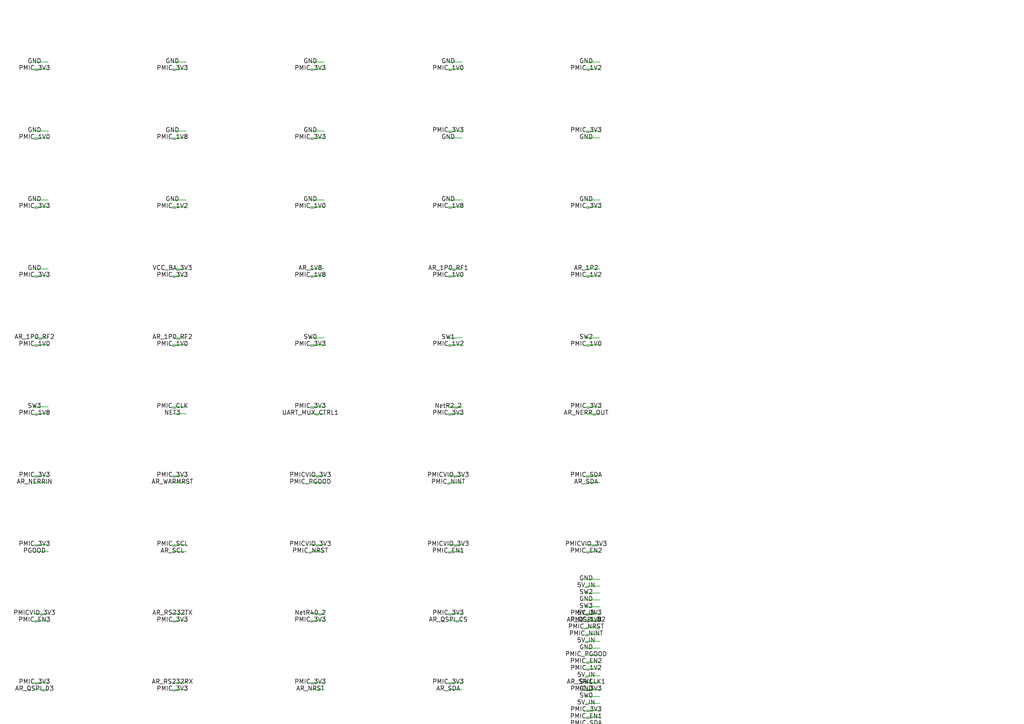
<source format=kicad_sch>
(kicad_sch
  (version 20231120)
  (generator "open_mmwave")
  (generator_version "8.0")
  (uuid "b373f0c2-3386-49d6-a025-044947215578")
  (paper "A4")

  (symbol
    (lib_id "open_mmwave:CAP")
    (at 20 20 0)
    (uuid "218a08a5-5eac-448f-a6ae-1b5432d0099a")
    (property "Reference" "C100"
      (at 20 18 0)
      (effects (font (size 1.27 1.27))))
    (property "Value" "1µF"
      (at 20 22 0)
      (effects (font (size 1.27 1.27))))
    (property "Footprint" "open_mmwave:0201"
      (at 20 24 0)
      (effects (font (size 1.27 1.27)) hide))
  )
  (wire
    (pts (xy 14 20) (xy 10 20))
    (uuid "b05dfb55-33f4-4ea9-b23e-0afc31c45f72"))
  (label "PMIC_3V3"
    (at 10 20 0)
    (uuid "b56eadd9-bc19-4fa9-aa7d-362246f73471")
    (effects (font (size 1.27 1.27))))
  (wire
    (pts (xy 14 18) (xy 10 18))
    (uuid "0803941b-77ee-4758-8994-8ac418461986"))
  (label "GND"
    (at 10 18 0)
    (uuid "0e8e9ea1-632c-44c0-8901-31cb3dc945a6")
    (effects (font (size 1.27 1.27))))
  (symbol
    (lib_id "open_mmwave:CAP")
    (at 60 20 0)
    (uuid "3e613d19-c971-4db8-9886-25b839669d66")
    (property "Reference" "C101"
      (at 60 18 0)
      (effects (font (size 1.27 1.27))))
    (property "Value" "0.1uF"
      (at 60 22 0)
      (effects (font (size 1.27 1.27))))
    (property "Footprint" "open_mmwave:0201"
      (at 60 24 0)
      (effects (font (size 1.27 1.27)) hide))
  )
  (wire
    (pts (xy 54 20) (xy 50 20))
    (uuid "a99d290e-e2d9-43b2-9a59-68dd3f378f8b"))
  (label "PMIC_3V3"
    (at 50 20 0)
    (uuid "dfaecaba-2510-488f-8937-fc6b08bcecd4")
    (effects (font (size 1.27 1.27))))
  (wire
    (pts (xy 54 18) (xy 50 18))
    (uuid "cf05da75-a327-4203-a967-847f57d2ea3d"))
  (label "GND"
    (at 50 18 0)
    (uuid "131ed15f-a975-47c5-92bb-3bbb62db93dc")
    (effects (font (size 1.27 1.27))))
  (symbol
    (lib_id "open_mmwave:CAP")
    (at 100 20 0)
    (uuid "9ab305dc-8ca5-490a-a4d8-1a69e2657b0e")
    (property "Reference" "C102"
      (at 100 18 0)
      (effects (font (size 1.27 1.27))))
    (property "Value" "2.2uF"
      (at 100 22 0)
      (effects (font (size 1.27 1.27))))
    (property "Footprint" "open_mmwave:0201"
      (at 100 24 0)
      (effects (font (size 1.27 1.27)) hide))
  )
  (wire
    (pts (xy 94 20) (xy 90 20))
    (uuid "7ac19e56-f3b3-47fa-8a7f-9979a3303eca"))
  (label "PMIC_3V3"
    (at 90 20 0)
    (uuid "6cfc4282-f5f7-4a70-bc1f-1bef7a68ac04")
    (effects (font (size 1.27 1.27))))
  (wire
    (pts (xy 94 18) (xy 90 18))
    (uuid "2ab00f29-e6fc-40bb-bccc-93e15a21a50f"))
  (label "GND"
    (at 90 18 0)
    (uuid "12efb9b5-e80a-4100-bbab-66ac076cb956")
    (effects (font (size 1.27 1.27))))
  (symbol
    (lib_id "open_mmwave:CAP")
    (at 140 20 0)
    (uuid "76967040-551c-4ef4-a053-36d5c6b1ddb6")
    (property "Reference" "C111"
      (at 140 18 0)
      (effects (font (size 1.27 1.27))))
    (property "Value" "22µF"
      (at 140 22 0)
      (effects (font (size 1.27 1.27))))
    (property "Footprint" "open_mmwave:0805"
      (at 140 24 0)
      (effects (font (size 1.27 1.27)) hide))
  )
  (wire
    (pts (xy 134 20) (xy 130 20))
    (uuid "4cdbca44-bebe-47de-9b6e-7c6d04fa5425"))
  (label "PMIC_1V0"
    (at 130 20 0)
    (uuid "e948936d-c7c2-435a-8cad-7b484663e1c6")
    (effects (font (size 1.27 1.27))))
  (wire
    (pts (xy 134 18) (xy 130 18))
    (uuid "b1205e2f-daf9-4e54-bf6a-8e0c7e744e93"))
  (label "GND"
    (at 130 18 0)
    (uuid "28a041a9-d08d-4af0-8649-8b1d7b81a59d")
    (effects (font (size 1.27 1.27))))
  (symbol
    (lib_id "open_mmwave:CAP")
    (at 180 20 0)
    (uuid "e64306aa-6e2f-4f15-bd9e-793f00fe1960")
    (property "Reference" "C112"
      (at 180 18 0)
      (effects (font (size 1.27 1.27))))
    (property "Value" "22µF"
      (at 180 22 0)
      (effects (font (size 1.27 1.27))))
    (property "Footprint" "open_mmwave:0805"
      (at 180 24 0)
      (effects (font (size 1.27 1.27)) hide))
  )
  (wire
    (pts (xy 174 20) (xy 170 20))
    (uuid "9b535291-9368-473c-ba31-6a0e2e9c5a3b"))
  (label "PMIC_1V2"
    (at 170 20 0)
    (uuid "e0ed84ea-bed2-4911-b05e-c02c99f68c33")
    (effects (font (size 1.27 1.27))))
  (wire
    (pts (xy 174 18) (xy 170 18))
    (uuid "4038a674-b9ea-4986-850d-bd64b046ca5d"))
  (label "GND"
    (at 170 18 0)
    (uuid "11139d34-5660-4a46-99ab-3268c041d471")
    (effects (font (size 1.27 1.27))))
  (symbol
    (lib_id "open_mmwave:CAP")
    (at 20 40 0)
    (uuid "7dafae83-f9f5-4303-bcc5-b8f88f25e22d")
    (property "Reference" "C113"
      (at 20 38 0)
      (effects (font (size 1.27 1.27))))
    (property "Value" "22µF"
      (at 20 42 0)
      (effects (font (size 1.27 1.27))))
    (property "Footprint" "open_mmwave:0805"
      (at 20 44 0)
      (effects (font (size 1.27 1.27)) hide))
  )
  (wire
    (pts (xy 14 40) (xy 10 40))
    (uuid "ff66e348-e5f9-46ee-9e0d-680a75335ce3"))
  (label "PMIC_1V0"
    (at 10 40 0)
    (uuid "f8c03e39-c0a3-4e2b-a8e1-6dcde692fd35")
    (effects (font (size 1.27 1.27))))
  (wire
    (pts (xy 14 38) (xy 10 38))
    (uuid "4e29618d-17e2-464e-beab-5ab86473808d"))
  (label "GND"
    (at 10 38 0)
    (uuid "4f00edaa-0e28-4aa5-9808-fb07f93eb9da")
    (effects (font (size 1.27 1.27))))
  (symbol
    (lib_id "open_mmwave:CAP")
    (at 60 40 0)
    (uuid "42f36bac-e111-488d-9e78-053577d7814e")
    (property "Reference" "C121"
      (at 60 38 0)
      (effects (font (size 1.27 1.27))))
    (property "Value" "22µF"
      (at 60 42 0)
      (effects (font (size 1.27 1.27))))
    (property "Footprint" "open_mmwave:0805"
      (at 60 44 0)
      (effects (font (size 1.27 1.27)) hide))
  )
  (wire
    (pts (xy 54 40) (xy 50 40))
    (uuid "a91b4ee5-d619-4d00-afae-edd42690fab5"))
  (label "PMIC_1V8"
    (at 50 40 0)
    (uuid "cd413b23-077d-4ede-995f-9662a4867074")
    (effects (font (size 1.27 1.27))))
  (wire
    (pts (xy 54 38) (xy 50 38))
    (uuid "b627e985-40a7-4fbf-9e70-d4079f35340f"))
  (label "GND"
    (at 50 38 0)
    (uuid "8cbe25c8-5609-4f90-b83b-fa06818f4acf")
    (effects (font (size 1.27 1.27))))
  (symbol
    (lib_id "open_mmwave:CAP")
    (at 100 40 0)
    (uuid "7efa48c5-dbc4-44de-ab42-c4dd41f3cd38")
    (property "Reference" "C126"
      (at 100 38 0)
      (effects (font (size 1.27 1.27))))
    (property "Value" "0.1uF"
      (at 100 42 0)
      (effects (font (size 1.27 1.27))))
    (property "Footprint" "open_mmwave:0201"
      (at 100 44 0)
      (effects (font (size 1.27 1.27)) hide))
  )
  (wire
    (pts (xy 94 40) (xy 90 40))
    (uuid "4862c447-8d19-4f18-9cf1-7499a7727ca1"))
  (label "PMIC_3V3"
    (at 90 40 0)
    (uuid "67e8dc69-3adb-4bcd-87ab-fa3edfa13906")
    (effects (font (size 1.27 1.27))))
  (wire
    (pts (xy 94 38) (xy 90 38))
    (uuid "e82dad39-e8b2-41eb-aab9-0505b7af0138"))
  (label "GND"
    (at 90 38 0)
    (uuid "76137196-1f45-41c7-a0b4-ded4651fd0f8")
    (effects (font (size 1.27 1.27))))
  (symbol
    (lib_id "open_mmwave:CAP")
    (at 140 40 0)
    (uuid "37ff125a-122d-43e7-acd9-7e4a8f4d52e0")
    (property "Reference" "C2"
      (at 140 38 0)
      (effects (font (size 1.27 1.27))))
    (property "Value" "0.1uF"
      (at 140 42 0)
      (effects (font (size 1.27 1.27))))
    (property "Footprint" "open_mmwave:0201"
      (at 140 44 0)
      (effects (font (size 1.27 1.27)) hide))
  )
  (wire
    (pts (xy 134 40) (xy 130 40))
    (uuid "00a8952f-eaf4-4ff2-a3e1-68bbc3520c7a"))
  (label "GND"
    (at 130 40 0)
    (uuid "ef40001b-2c00-415d-82d8-57e7ec3e812a")
    (effects (font (size 1.27 1.27))))
  (wire
    (pts (xy 134 38) (xy 130 38))
    (uuid "42904993-0e12-40d6-b106-c4183ebca48c"))
  (label "PMIC_3V3"
    (at 130 38 0)
    (uuid "75220945-fd2f-4ae7-b307-06f44c9587bf")
    (effects (font (size 1.27 1.27))))
  (symbol
    (lib_id "open_mmwave:CAP")
    (at 180 40 0)
    (uuid "c2088513-7717-45fd-8fb6-966a315c35e5")
    (property "Reference" "C3"
      (at 180 38 0)
      (effects (font (size 1.27 1.27))))
    (property "Value" "0.1uF"
      (at 180 42 0)
      (effects (font (size 1.27 1.27))))
    (property "Footprint" "open_mmwave:0201"
      (at 180 44 0)
      (effects (font (size 1.27 1.27)) hide))
  )
  (wire
    (pts (xy 174 40) (xy 170 40))
    (uuid "616ddd61-6424-414c-8dfa-55547b9e52b0"))
  (label "GND"
    (at 170 40 0)
    (uuid "e22df4b6-1a43-4efb-b346-877fbdebc929")
    (effects (font (size 1.27 1.27))))
  (wire
    (pts (xy 174 38) (xy 170 38))
    (uuid "4c7d9b36-26b2-49f4-8064-596ca2a2986b"))
  (label "PMIC_3V3"
    (at 170 38 0)
    (uuid "ecb97a83-6eab-4313-9f76-969bded6e256")
    (effects (font (size 1.27 1.27))))
  (symbol
    (lib_id "open_mmwave:CAP")
    (at 20 60 0)
    (uuid "8d818494-4923-49f8-931c-e5aee5c9a352")
    (property "Reference" "C44"
      (at 20 58 0)
      (effects (font (size 1.27 1.27))))
    (property "Value" "22µF"
      (at 20 62 0)
      (effects (font (size 1.27 1.27))))
    (property "Footprint" "open_mmwave:0805"
      (at 20 64 0)
      (effects (font (size 1.27 1.27)) hide))
  )
  (wire
    (pts (xy 14 60) (xy 10 60))
    (uuid "0206d18e-a329-4255-bf38-1325744fb99f"))
  (label "PMIC_3V3"
    (at 10 60 0)
    (uuid "78092883-2eb9-4974-b51d-6c53f46cd28a")
    (effects (font (size 1.27 1.27))))
  (wire
    (pts (xy 14 58) (xy 10 58))
    (uuid "0e594de8-af53-4e41-9e2e-bb83aced220c"))
  (label "GND"
    (at 10 58 0)
    (uuid "0d8db603-8cb6-4873-9d42-7458e10def5c")
    (effects (font (size 1.27 1.27))))
  (symbol
    (lib_id "open_mmwave:CAP")
    (at 60 60 0)
    (uuid "35bdbf19-aedb-4481-aedf-ea091872932e")
    (property "Reference" "C45"
      (at 60 58 0)
      (effects (font (size 1.27 1.27))))
    (property "Value" "22µF"
      (at 60 62 0)
      (effects (font (size 1.27 1.27))))
    (property "Footprint" "open_mmwave:0805"
      (at 60 64 0)
      (effects (font (size 1.27 1.27)) hide))
  )
  (wire
    (pts (xy 54 60) (xy 50 60))
    (uuid "598b4b91-460c-4da3-8bac-4db9128ba742"))
  (label "PMIC_1V2"
    (at 50 60 0)
    (uuid "246caa8d-5d1f-4069-bce2-4633a39d5515")
    (effects (font (size 1.27 1.27))))
  (wire
    (pts (xy 54 58) (xy 50 58))
    (uuid "1c1a7e56-aea3-47a6-8bac-08552a2198e8"))
  (label "GND"
    (at 50 58 0)
    (uuid "beb3cafc-9415-4b4c-8bc4-729d2efd024d")
    (effects (font (size 1.27 1.27))))
  (symbol
    (lib_id "open_mmwave:CAP")
    (at 100 60 0)
    (uuid "3c335cb5-c2d6-4ea8-8d5b-977ea1945373")
    (property "Reference" "C46"
      (at 100 58 0)
      (effects (font (size 1.27 1.27))))
    (property "Value" "22µF"
      (at 100 62 0)
      (effects (font (size 1.27 1.27))))
    (property "Footprint" "open_mmwave:0805"
      (at 100 64 0)
      (effects (font (size 1.27 1.27)) hide))
  )
  (wire
    (pts (xy 94 60) (xy 90 60))
    (uuid "d8044814-47ce-4895-bf86-1f2b714da3cf"))
  (label "PMIC_1V0"
    (at 90 60 0)
    (uuid "c48af584-5397-4ea1-8870-78d84a9d2a59")
    (effects (font (size 1.27 1.27))))
  (wire
    (pts (xy 94 58) (xy 90 58))
    (uuid "f24ea2f0-0d41-4228-be51-f379f18fb580"))
  (label "GND"
    (at 90 58 0)
    (uuid "9b03f214-6867-44c2-b074-04d71e4c7aa9")
    (effects (font (size 1.27 1.27))))
  (symbol
    (lib_id "open_mmwave:CAP")
    (at 140 60 0)
    (uuid "dcd4f611-d925-4903-b89a-f1d585eb7452")
    (property "Reference" "C47"
      (at 140 58 0)
      (effects (font (size 1.27 1.27))))
    (property "Value" "22µF"
      (at 140 62 0)
      (effects (font (size 1.27 1.27))))
    (property "Footprint" "open_mmwave:0805"
      (at 140 64 0)
      (effects (font (size 1.27 1.27)) hide))
  )
  (wire
    (pts (xy 134 60) (xy 130 60))
    (uuid "973eee44-85a9-457b-89bb-9351066501de"))
  (label "PMIC_1V8"
    (at 130 60 0)
    (uuid "c7f1514e-1e62-4d3d-9833-55be0cad4110")
    (effects (font (size 1.27 1.27))))
  (wire
    (pts (xy 134 58) (xy 130 58))
    (uuid "83a3fc57-4f95-4e54-a4f4-fad796b62ecb"))
  (label "GND"
    (at 130 58 0)
    (uuid "17392171-2ab7-4543-9fb5-e5762a2de15d")
    (effects (font (size 1.27 1.27))))
  (symbol
    (lib_id "open_mmwave:CAP")
    (at 180 60 0)
    (uuid "a8144c79-f603-45f8-988b-f45a564312d5")
    (property "Reference" "C87"
      (at 180 58 0)
      (effects (font (size 1.27 1.27))))
    (property "Value" "0.22uF"
      (at 180 62 0)
      (effects (font (size 1.27 1.27))))
    (property "Footprint" "open_mmwave:0201"
      (at 180 64 0)
      (effects (font (size 1.27 1.27)) hide))
  )
  (wire
    (pts (xy 174 60) (xy 170 60))
    (uuid "c502eeb6-ec6f-4f3b-acb1-956fe96da5fe"))
  (label "PMIC_3V3"
    (at 170 60 0)
    (uuid "c790131e-e193-42df-8472-31667655ebf7")
    (effects (font (size 1.27 1.27))))
  (wire
    (pts (xy 174 58) (xy 170 58))
    (uuid "43463422-4fdc-4bd3-9248-a4127e6c4fc8"))
  (label "GND"
    (at 170 58 0)
    (uuid "ad21cd50-078a-41c4-9d0b-261f42338395")
    (effects (font (size 1.27 1.27))))
  (symbol
    (lib_id "open_mmwave:CAP")
    (at 20 80 0)
    (uuid "d9728761-79d3-4ef0-93af-e3b7c37606dc")
    (property "Reference" "C88"
      (at 20 78 0)
      (effects (font (size 1.27 1.27))))
    (property "Value" "0.22uF"
      (at 20 82 0)
      (effects (font (size 1.27 1.27))))
    (property "Footprint" "open_mmwave:0201"
      (at 20 84 0)
      (effects (font (size 1.27 1.27)) hide))
  )
  (wire
    (pts (xy 14 80) (xy 10 80))
    (uuid "a5c7acf9-6aea-4228-9f3e-cddcb346b643"))
  (label "PMIC_3V3"
    (at 10 80 0)
    (uuid "23dd09b5-1cce-4b77-9eb8-8f0aab41c31d")
    (effects (font (size 1.27 1.27))))
  (wire
    (pts (xy 14 78) (xy 10 78))
    (uuid "97b2ef52-16ca-4399-bfb7-ee35a352c3fe"))
  (label "GND"
    (at 10 78 0)
    (uuid "9efa988c-74d9-4420-8389-ce8c8b5b6d9d")
    (effects (font (size 1.27 1.27))))
  (symbol
    (lib_id "open_mmwave:FERRITE")
    (at 60 80 0)
    (uuid "5cf751a3-8349-44d4-88bc-db91c8ba550a")
    (property "Reference" "FL22"
      (at 60 78 0)
      (effects (font (size 1.27 1.27))))
    (property "Value" "FL22"
      (at 60 82 0)
      (effects (font (size 1.27 1.27))))
    (property "Footprint" "open_mmwave:GENERIC"
      (at 60 84 0)
      (effects (font (size 1.27 1.27)) hide))
  )
  (wire
    (pts (xy 54 80) (xy 50 80))
    (uuid "936b0d2c-51e9-401a-96e1-c74c8ac72092"))
  (label "PMIC_3V3"
    (at 50 80 0)
    (uuid "0515fc64-5003-4d94-9c8d-1904419222a4")
    (effects (font (size 1.27 1.27))))
  (wire
    (pts (xy 54 78) (xy 50 78))
    (uuid "626d562a-1ced-4786-9025-544fd55b67f6"))
  (label "VCC_BA_3V3"
    (at 50 78 0)
    (uuid "57bc7732-714c-430e-a886-5faec58cc1fe")
    (effects (font (size 1.27 1.27))))
  (symbol
    (lib_id "open_mmwave:IND")
    (at 100 80 0)
    (uuid "2778178c-4b00-49e6-9f59-f57d9e91dafe")
    (property "Reference" "L11"
      (at 100 78 0)
      (effects (font (size 1.27 1.27))))
    (property "Value" "120 ohm"
      (at 100 82 0)
      (effects (font (size 1.27 1.27))))
    (property "Footprint" "open_mmwave:0603"
      (at 100 84 0)
      (effects (font (size 1.27 1.27)) hide))
  )
  (wire
    (pts (xy 94 80) (xy 90 80))
    (uuid "a396537e-63ee-4f14-bb9a-1a24b3018bd1"))
  (label "PMIC_1V8"
    (at 90 80 0)
    (uuid "abb2a0ce-bdb9-47de-857c-c096f02a5eae")
    (effects (font (size 1.27 1.27))))
  (wire
    (pts (xy 94 78) (xy 90 78))
    (uuid "51c0494d-0f68-4c05-8f63-205061a934f3"))
  (label "AR_1V8"
    (at 90 78 0)
    (uuid "0372640e-6a04-42f2-913a-316cfab02c78")
    (effects (font (size 1.27 1.27))))
  (symbol
    (lib_id "open_mmwave:IND")
    (at 140 80 0)
    (uuid "5752c9c5-7a1f-40e7-9020-247737d50b64")
    (property "Reference" "L12"
      (at 140 78 0)
      (effects (font (size 1.27 1.27))))
    (property "Value" "120 ohm"
      (at 140 82 0)
      (effects (font (size 1.27 1.27))))
    (property "Footprint" "open_mmwave:0603"
      (at 140 84 0)
      (effects (font (size 1.27 1.27)) hide))
  )
  (wire
    (pts (xy 134 80) (xy 130 80))
    (uuid "025c8ee0-2695-4bf9-80f9-d400a6d6ca39"))
  (label "PMIC_1V0"
    (at 130 80 0)
    (uuid "3b05183b-9421-40c3-9b7a-b920ba841a34")
    (effects (font (size 1.27 1.27))))
  (wire
    (pts (xy 134 78) (xy 130 78))
    (uuid "05b44085-3441-4b7d-9806-e5af8386be76"))
  (label "AR_1P0_RF1"
    (at 130 78 0)
    (uuid "4aff539f-8292-4696-97bc-8e7370e5f86e")
    (effects (font (size 1.27 1.27))))
  (symbol
    (lib_id "open_mmwave:IND")
    (at 180 80 0)
    (uuid "09212f0c-8547-4128-9cfe-c5efc9e9aeee")
    (property "Reference" "L13"
      (at 180 78 0)
      (effects (font (size 1.27 1.27))))
    (property "Value" "120 ohm"
      (at 180 82 0)
      (effects (font (size 1.27 1.27))))
    (property "Footprint" "open_mmwave:0603"
      (at 180 84 0)
      (effects (font (size 1.27 1.27)) hide))
  )
  (wire
    (pts (xy 174 80) (xy 170 80))
    (uuid "a453f17d-7540-4a07-b13c-ec98ad8f41e3"))
  (label "PMIC_1V2"
    (at 170 80 0)
    (uuid "9c36dece-f89f-4bb9-8744-ea947804cb72")
    (effects (font (size 1.27 1.27))))
  (wire
    (pts (xy 174 78) (xy 170 78))
    (uuid "57715393-55a6-40ab-bb81-6d2da1d3e34c"))
  (label "AR_1P2"
    (at 170 78 0)
    (uuid "b554a6ec-e8f8-4478-becb-d1224c2c39dd")
    (effects (font (size 1.27 1.27))))
  (symbol
    (lib_id "open_mmwave:IND")
    (at 20 100 0)
    (uuid "6b490184-997f-423f-9540-555c61f1b375")
    (property "Reference" "L14"
      (at 20 98 0)
      (effects (font (size 1.27 1.27))))
    (property "Value" "120 ohm"
      (at 20 102 0)
      (effects (font (size 1.27 1.27))))
    (property "Footprint" "open_mmwave:0603"
      (at 20 104 0)
      (effects (font (size 1.27 1.27)) hide))
  )
  (wire
    (pts (xy 14 100) (xy 10 100))
    (uuid "c7e12c4c-02c5-4ff4-b270-8d4fd80d7c84"))
  (label "PMIC_1V0"
    (at 10 100 0)
    (uuid "8832ed3d-d36f-4805-ac35-e193f369070b")
    (effects (font (size 1.27 1.27))))
  (wire
    (pts (xy 14 98) (xy 10 98))
    (uuid "9c98c899-2052-4fe5-931c-5e9655db6db5"))
  (label "AR_1P0_RF2"
    (at 10 98 0)
    (uuid "12c4efbb-449a-4a5d-9ddd-a5697d52b850")
    (effects (font (size 1.27 1.27))))
  (symbol
    (lib_id "open_mmwave:IND")
    (at 60 100 0)
    (uuid "58d7ea52-45d8-4325-8f63-7fc72181829a")
    (property "Reference" "L15"
      (at 60 98 0)
      (effects (font (size 1.27 1.27))))
    (property "Value" "220 ohm"
      (at 60 102 0)
      (effects (font (size 1.27 1.27))))
    (property "Footprint" "open_mmwave:0805"
      (at 60 104 0)
      (effects (font (size 1.27 1.27)) hide))
  )
  (wire
    (pts (xy 54 100) (xy 50 100))
    (uuid "5ebb56ee-b46a-4dd3-84ab-55e95a418fe9"))
  (label "PMIC_1V0"
    (at 50 100 0)
    (uuid "f39340c6-52aa-45fd-a797-b4b0d33fac8a")
    (effects (font (size 1.27 1.27))))
  (wire
    (pts (xy 54 98) (xy 50 98))
    (uuid "dd1c31b5-d252-49c3-a3a0-55a2e29d3ea9"))
  (label "AR_1P0_RF2"
    (at 50 98 0)
    (uuid "f724e107-b01f-4664-b9e4-a7fd4c82b2ac")
    (effects (font (size 1.27 1.27))))
  (symbol
    (lib_id "open_mmwave:IND")
    (at 100 100 0)
    (uuid "72c165f3-6c2c-4c04-8b4a-1821a88fe685")
    (property "Reference" "L2"
      (at 100 98 0)
      (effects (font (size 1.27 1.27))))
    (property "Value" "39M"
      (at 100 102 0)
      (effects (font (size 1.27 1.27))))
    (property "Footprint" "open_mmwave:0805"
      (at 100 104 0)
      (effects (font (size 1.27 1.27)) hide))
  )
  (wire
    (pts (xy 94 100) (xy 90 100))
    (uuid "3c38efd8-facf-4a76-86dc-f49c7d353e2f"))
  (label "PMIC_3V3"
    (at 90 100 0)
    (uuid "4a16121d-4914-487f-b0c8-423df875562d")
    (effects (font (size 1.27 1.27))))
  (wire
    (pts (xy 94 98) (xy 90 98))
    (uuid "0ed14764-172e-4509-8810-b69ec9951034"))
  (label "SW0"
    (at 90 98 0)
    (uuid "95726fb1-1b3d-4712-a659-a8c829220964")
    (effects (font (size 1.27 1.27))))
  (symbol
    (lib_id "open_mmwave:IND")
    (at 140 100 0)
    (uuid "1a7cf545-92c9-4c73-a05e-906a7cf0b758")
    (property "Reference" "L3"
      (at 140 98 0)
      (effects (font (size 1.27 1.27))))
    (property "Value" "39M"
      (at 140 102 0)
      (effects (font (size 1.27 1.27))))
    (property "Footprint" "open_mmwave:0805"
      (at 140 104 0)
      (effects (font (size 1.27 1.27)) hide))
  )
  (wire
    (pts (xy 134 100) (xy 130 100))
    (uuid "fb759a7e-154d-4994-9c48-f067f4f12ae3"))
  (label "PMIC_1V2"
    (at 130 100 0)
    (uuid "23966553-34fd-4cc5-b61a-17729e75ff6d")
    (effects (font (size 1.27 1.27))))
  (wire
    (pts (xy 134 98) (xy 130 98))
    (uuid "4668e62b-150f-4e6a-8ec3-f5bf70f83199"))
  (label "SW1"
    (at 130 98 0)
    (uuid "d980dfe5-0d43-467b-a2d3-29b5ebc89e35")
    (effects (font (size 1.27 1.27))))
  (symbol
    (lib_id "open_mmwave:IND")
    (at 180 100 0)
    (uuid "3306da8a-49e2-4f7a-b282-a0d76ff70d5e")
    (property "Reference" "L4"
      (at 180 98 0)
      (effects (font (size 1.27 1.27))))
    (property "Value" "39M"
      (at 180 102 0)
      (effects (font (size 1.27 1.27))))
    (property "Footprint" "open_mmwave:0805"
      (at 180 104 0)
      (effects (font (size 1.27 1.27)) hide))
  )
  (wire
    (pts (xy 174 100) (xy 170 100))
    (uuid "841bcf2d-08d0-4260-aab7-0c586e149b2a"))
  (label "PMIC_1V0"
    (at 170 100 0)
    (uuid "2b01f63f-f942-429c-aba7-06b208089e6c")
    (effects (font (size 1.27 1.27))))
  (wire
    (pts (xy 174 98) (xy 170 98))
    (uuid "4913557c-c5b7-4dfc-b603-b744bc0648c6"))
  (label "SW2"
    (at 170 98 0)
    (uuid "259a2f45-8ae8-49ff-a9b3-b6b14092ca2f")
    (effects (font (size 1.27 1.27))))
  (symbol
    (lib_id "open_mmwave:IND")
    (at 20 120 0)
    (uuid "b81f4d0a-e2dd-4a73-a6e2-aa28c407e3f3")
    (property "Reference" "L5"
      (at 20 118 0)
      (effects (font (size 1.27 1.27))))
    (property "Value" "39M"
      (at 20 122 0)
      (effects (font (size 1.27 1.27))))
    (property "Footprint" "open_mmwave:0805"
      (at 20 124 0)
      (effects (font (size 1.27 1.27)) hide))
  )
  (wire
    (pts (xy 14 120) (xy 10 120))
    (uuid "908d5ff7-6908-4de0-9a68-6e5831068caa"))
  (label "PMIC_1V8"
    (at 10 120 0)
    (uuid "51820ec6-b778-45e6-bcd9-5fdbb8d2cbee")
    (effects (font (size 1.27 1.27))))
  (wire
    (pts (xy 14 118) (xy 10 118))
    (uuid "e7c38c22-5df1-4d3c-b7af-4f97abf0157f"))
  (label "SW3"
    (at 10 118 0)
    (uuid "0929175e-c5cd-4030-9a45-c8d2fee4c457")
    (effects (font (size 1.27 1.27))))
  (symbol
    (lib_id "open_mmwave:RES")
    (at 60 120 0)
    (uuid "4721aa6c-23e7-4916-8c92-7ab8907ac2e6")
    (property "Reference" "R103"
      (at 60 118 0)
      (effects (font (size 1.27 1.27))))
    (property "Value" "0R"
      (at 60 122 0)
      (effects (font (size 1.27 1.27))))
    (property "Footprint" "open_mmwave:0201"
      (at 60 124 0)
      (effects (font (size 1.27 1.27)) hide))
  )
  (wire
    (pts (xy 54 120) (xy 50 120))
    (uuid "5aa1ad39-aa32-4023-b64f-d97159c28d09"))
  (label "NET3"
    (at 50 120 0)
    (uuid "a5217a41-5570-4cb8-b02a-1870b8b32b18")
    (effects (font (size 1.27 1.27))))
  (wire
    (pts (xy 54 118) (xy 50 118))
    (uuid "5d0eb6a8-3099-4b55-ac83-f02519139083"))
  (label "PMIC_CLK"
    (at 50 118 0)
    (uuid "1978a199-9225-4f2b-ba30-896c73bb4e19")
    (effects (font (size 1.27 1.27))))
  (symbol
    (lib_id "open_mmwave:RES")
    (at 100 120 0)
    (uuid "da31e01e-d71d-4920-bcdd-b429669c6f75")
    (property "Reference" "R19"
      (at 100 118 0)
      (effects (font (size 1.27 1.27))))
    (property "Value" "10k"
      (at 100 122 0)
      (effects (font (size 1.27 1.27))))
    (property "Footprint" "open_mmwave:0201"
      (at 100 124 0)
      (effects (font (size 1.27 1.27)) hide))
  )
  (wire
    (pts (xy 94 120) (xy 90 120))
    (uuid "fd3a5df2-1285-4099-9f23-ba179e9f71ea"))
  (label "UART_MUX_CTRL1"
    (at 90 120 0)
    (uuid "b1242d84-f185-44b1-b656-d3531bfb4445")
    (effects (font (size 1.27 1.27))))
  (wire
    (pts (xy 94 118) (xy 90 118))
    (uuid "ac79f8be-aef6-46e2-8c3c-4138c42fd251"))
  (label "PMIC_3V3"
    (at 90 118 0)
    (uuid "e9917735-3b22-4698-bd31-aeaa1df47f21")
    (effects (font (size 1.27 1.27))))
  (symbol
    (lib_id "open_mmwave:RES")
    (at 140 120 0)
    (uuid "b2a4c0aa-30fd-4613-a17b-81745fc23113")
    (property "Reference" "R2"
      (at 140 118 0)
      (effects (font (size 1.27 1.27))))
    (property "Value" "0R"
      (at 140 122 0)
      (effects (font (size 1.27 1.27))))
    (property "Footprint" "open_mmwave:0201"
      (at 140 124 0)
      (effects (font (size 1.27 1.27)) hide))
  )
  (wire
    (pts (xy 134 120) (xy 130 120))
    (uuid "0ca07430-07fd-436c-984b-4203292df4f2"))
  (label "PMIC_3V3"
    (at 130 120 0)
    (uuid "5ae1c902-4295-4f3e-b47d-69cda233db82")
    (effects (font (size 1.27 1.27))))
  (wire
    (pts (xy 134 118) (xy 130 118))
    (uuid "a1c67b54-2105-40ba-b00e-7422495553b6"))
  (label "NetR2_2"
    (at 130 118 0)
    (uuid "6ef50e49-8578-465d-be1b-3bb2b3fe7969")
    (effects (font (size 1.27 1.27))))
  (symbol
    (lib_id "open_mmwave:RES")
    (at 180 120 0)
    (uuid "af310519-06b4-49a0-9ae0-a3c9e2ed1775")
    (property "Reference" "R21"
      (at 180 118 0)
      (effects (font (size 1.27 1.27))))
    (property "Value" "10k"
      (at 180 122 0)
      (effects (font (size 1.27 1.27))))
    (property "Footprint" "open_mmwave:0201"
      (at 180 124 0)
      (effects (font (size 1.27 1.27)) hide))
  )
  (wire
    (pts (xy 174 120) (xy 170 120))
    (uuid "c85932da-ddc6-4e3c-8acb-d3dcd1cc624f"))
  (label "AR_NERR_OUT"
    (at 170 120 0)
    (uuid "d23a88c4-75b4-46dd-a2ba-b7e40c9283a9")
    (effects (font (size 1.27 1.27))))
  (wire
    (pts (xy 174 118) (xy 170 118))
    (uuid "fbd0876d-5816-4a39-b522-437da58aac65"))
  (label "PMIC_3V3"
    (at 170 118 0)
    (uuid "dbe1cc6f-2a90-498f-b756-f039231a22b9")
    (effects (font (size 1.27 1.27))))
  (symbol
    (lib_id "open_mmwave:RES")
    (at 20 140 0)
    (uuid "b449c75e-47cf-4172-8a51-988fa874b369")
    (property "Reference" "R22"
      (at 20 138 0)
      (effects (font (size 1.27 1.27))))
    (property "Value" "10k"
      (at 20 142 0)
      (effects (font (size 1.27 1.27))))
    (property "Footprint" "open_mmwave:0201"
      (at 20 144 0)
      (effects (font (size 1.27 1.27)) hide))
  )
  (wire
    (pts (xy 14 140) (xy 10 140))
    (uuid "a8f61ac1-cf0d-4e65-b56a-45dcba441079"))
  (label "AR_NERRIN"
    (at 10 140 0)
    (uuid "ffa71acc-af9f-4e45-94e8-867c444780fa")
    (effects (font (size 1.27 1.27))))
  (wire
    (pts (xy 14 138) (xy 10 138))
    (uuid "1de3e318-cd0e-4ce4-8b6f-8eb68f190f3a"))
  (label "PMIC_3V3"
    (at 10 138 0)
    (uuid "9d22a2b1-69a0-49d8-a27b-d7804667c4bd")
    (effects (font (size 1.27 1.27))))
  (symbol
    (lib_id "open_mmwave:RES")
    (at 60 140 0)
    (uuid "c844c00a-ca6e-409e-8896-88e1e09000d8")
    (property "Reference" "R23"
      (at 60 138 0)
      (effects (font (size 1.27 1.27))))
    (property "Value" "10k"
      (at 60 142 0)
      (effects (font (size 1.27 1.27))))
    (property "Footprint" "open_mmwave:0201"
      (at 60 144 0)
      (effects (font (size 1.27 1.27)) hide))
  )
  (wire
    (pts (xy 54 140) (xy 50 140))
    (uuid "ee50cd68-7eea-4faf-acdc-af077048f476"))
  (label "AR_WARMRST"
    (at 50 140 0)
    (uuid "4d561c70-79ca-4aa9-8b73-0175b0207c40")
    (effects (font (size 1.27 1.27))))
  (wire
    (pts (xy 54 138) (xy 50 138))
    (uuid "1c02d006-12a7-41f6-a005-02433e11e2b4"))
  (label "PMIC_3V3"
    (at 50 138 0)
    (uuid "4613c3c8-cc6c-4160-9cd0-35cc0adff0eb")
    (effects (font (size 1.27 1.27))))
  (symbol
    (lib_id "open_mmwave:RES")
    (at 100 140 0)
    (uuid "6bf01b26-097c-409a-be9e-b7f693231b69")
    (property "Reference" "R25"
      (at 100 138 0)
      (effects (font (size 1.27 1.27))))
    (property "Value" "4.99k"
      (at 100 142 0)
      (effects (font (size 1.27 1.27))))
    (property "Footprint" "open_mmwave:0201"
      (at 100 144 0)
      (effects (font (size 1.27 1.27)) hide))
  )
  (wire
    (pts (xy 94 140) (xy 90 140))
    (uuid "c54299d1-d046-4fb2-8410-469eb1663450"))
  (label "PMIC_PGOOD"
    (at 90 140 0)
    (uuid "25b4a10f-ecb5-4190-a240-25a4ba558eca")
    (effects (font (size 1.27 1.27))))
  (wire
    (pts (xy 94 138) (xy 90 138))
    (uuid "0dda74f8-aaaf-4d24-81ef-56292c35f1e8"))
  (label "PMICVIO_3V3"
    (at 90 138 0)
    (uuid "eba2f367-b77d-485a-a666-f5039ced011c")
    (effects (font (size 1.27 1.27))))
  (symbol
    (lib_id "open_mmwave:RES")
    (at 140 140 0)
    (uuid "03443323-dcdd-43d8-a886-5adaab50b730")
    (property "Reference" "R26"
      (at 140 138 0)
      (effects (font (size 1.27 1.27))))
    (property "Value" "4.99k"
      (at 140 142 0)
      (effects (font (size 1.27 1.27))))
    (property "Footprint" "open_mmwave:0201"
      (at 140 144 0)
      (effects (font (size 1.27 1.27)) hide))
  )
  (wire
    (pts (xy 134 140) (xy 130 140))
    (uuid "e5680916-42c4-4295-a7d6-0e79216a7824"))
  (label "PMIC_NINT"
    (at 130 140 0)
    (uuid "c690ac3e-ef31-47dc-b418-8d5897d68003")
    (effects (font (size 1.27 1.27))))
  (wire
    (pts (xy 134 138) (xy 130 138))
    (uuid "91339830-f777-4a8a-9d6d-e25034940a69"))
  (label "PMICVIO_3V3"
    (at 130 138 0)
    (uuid "09526e8c-c2f2-44e4-80db-e8da5403b1b2")
    (effects (font (size 1.27 1.27))))
  (symbol
    (lib_id "open_mmwave:RES")
    (at 180 140 0)
    (uuid "78cdab67-0f41-4e97-82d5-14b9be6885cb")
    (property "Reference" "R28"
      (at 180 138 0)
      (effects (font (size 1.27 1.27))))
    (property "Value" "0R"
      (at 180 142 0)
      (effects (font (size 1.27 1.27))))
    (property "Footprint" "open_mmwave:0201"
      (at 180 144 0)
      (effects (font (size 1.27 1.27)) hide))
  )
  (wire
    (pts (xy 174 140) (xy 170 140))
    (uuid "61c0f108-5762-4bbf-bf18-b46a855f062b"))
  (label "AR_SDA"
    (at 170 140 0)
    (uuid "1a5b25fc-9004-478f-bcf4-17ba8b6916ab")
    (effects (font (size 1.27 1.27))))
  (wire
    (pts (xy 174 138) (xy 170 138))
    (uuid "2bddd868-44a2-4030-a799-ffae05971092"))
  (label "PMIC_SDA"
    (at 170 138 0)
    (uuid "c806eb9a-4b4a-4e07-85d4-d7e4707d17e1")
    (effects (font (size 1.27 1.27))))
  (symbol
    (lib_id "open_mmwave:RES")
    (at 20 160 0)
    (uuid "f7fc58e4-a733-4bcf-b2da-fc5b7023eade")
    (property "Reference" "R31"
      (at 20 158 0)
      (effects (font (size 1.27 1.27))))
    (property "Value" "0R"
      (at 20 162 0)
      (effects (font (size 1.27 1.27))))
    (property "Footprint" "open_mmwave:0201"
      (at 20 164 0)
      (effects (font (size 1.27 1.27)) hide))
  )
  (wire
    (pts (xy 14 160) (xy 10 160))
    (uuid "7c344c1f-0c4d-4bc1-a44f-630fb844e673"))
  (label "PGOOD"
    (at 10 160 0)
    (uuid "7964cd1d-2cd6-4a23-a9d4-e7f33ce4a6dd")
    (effects (font (size 1.27 1.27))))
  (wire
    (pts (xy 14 158) (xy 10 158))
    (uuid "026a708c-2c14-46ea-a40f-f29c249f369a"))
  (label "PMIC_3V3"
    (at 10 158 0)
    (uuid "d46acd4b-849e-4de6-b778-a72bce5a3f55")
    (effects (font (size 1.27 1.27))))
  (symbol
    (lib_id "open_mmwave:RES")
    (at 60 160 0)
    (uuid "5ac64d27-b7b6-401e-a51c-2461ec94cd98")
    (property "Reference" "R32"
      (at 60 158 0)
      (effects (font (size 1.27 1.27))))
    (property "Value" "0R"
      (at 60 162 0)
      (effects (font (size 1.27 1.27))))
    (property "Footprint" "open_mmwave:0201"
      (at 60 164 0)
      (effects (font (size 1.27 1.27)) hide))
  )
  (wire
    (pts (xy 54 160) (xy 50 160))
    (uuid "0b021a40-7d74-4e3b-89dd-836afa3fe229"))
  (label "AR_SCL"
    (at 50 160 0)
    (uuid "d58acf1d-8e4a-4cd5-bcbd-083eafdae511")
    (effects (font (size 1.27 1.27))))
  (wire
    (pts (xy 54 158) (xy 50 158))
    (uuid "b8176ea5-1235-4345-b101-48d248dcfb84"))
  (label "PMIC_SCL"
    (at 50 158 0)
    (uuid "d8c61539-fd15-416a-afab-09836da8bf67")
    (effects (font (size 1.27 1.27))))
  (symbol
    (lib_id "open_mmwave:RES")
    (at 100 160 0)
    (uuid "b93d1cb1-6748-474f-9f5e-b95ec84a3943")
    (property "Reference" "R33"
      (at 100 158 0)
      (effects (font (size 1.27 1.27))))
    (property "Value" "4.99k"
      (at 100 162 0)
      (effects (font (size 1.27 1.27))))
    (property "Footprint" "open_mmwave:0201"
      (at 100 164 0)
      (effects (font (size 1.27 1.27)) hide))
  )
  (wire
    (pts (xy 94 160) (xy 90 160))
    (uuid "172c940a-51fb-422b-838f-48aa53d69893"))
  (label "PMIC_NRST"
    (at 90 160 0)
    (uuid "01fae935-93ca-4c6c-8b74-5eca1aa7dc94")
    (effects (font (size 1.27 1.27))))
  (wire
    (pts (xy 94 158) (xy 90 158))
    (uuid "aa8f91a1-d873-4b29-b8a1-51c9b40311e0"))
  (label "PMICVIO_3V3"
    (at 90 158 0)
    (uuid "9bd45712-542c-4cec-ab70-290419859b80")
    (effects (font (size 1.27 1.27))))
  (symbol
    (lib_id "open_mmwave:RES")
    (at 140 160 0)
    (uuid "aa5c53ae-d808-4cc0-92a6-7fc2f844d078")
    (property "Reference" "R34"
      (at 140 158 0)
      (effects (font (size 1.27 1.27))))
    (property "Value" "4.99k"
      (at 140 162 0)
      (effects (font (size 1.27 1.27))))
    (property "Footprint" "open_mmwave:0201"
      (at 140 164 0)
      (effects (font (size 1.27 1.27)) hide))
  )
  (wire
    (pts (xy 134 160) (xy 130 160))
    (uuid "02ecc1de-5d1a-4632-adb4-260a3ac45e96"))
  (label "PMIC_EN1"
    (at 130 160 0)
    (uuid "c73704ec-abc3-41ea-912e-d3f3362870dd")
    (effects (font (size 1.27 1.27))))
  (wire
    (pts (xy 134 158) (xy 130 158))
    (uuid "f93565d6-a040-40d6-a374-774f281fb204"))
  (label "PMICVIO_3V3"
    (at 130 158 0)
    (uuid "587d0277-74c1-45bc-854a-4ab41b097450")
    (effects (font (size 1.27 1.27))))
  (symbol
    (lib_id "open_mmwave:RES")
    (at 180 160 0)
    (uuid "be56fb37-4655-44a2-9e56-ad5d1772908a")
    (property "Reference" "R35"
      (at 180 158 0)
      (effects (font (size 1.27 1.27))))
    (property "Value" "10k"
      (at 180 162 0)
      (effects (font (size 1.27 1.27))))
    (property "Footprint" "open_mmwave:0201"
      (at 180 164 0)
      (effects (font (size 1.27 1.27)) hide))
  )
  (wire
    (pts (xy 174 160) (xy 170 160))
    (uuid "7a58b5cf-9f03-4c03-8bec-ea681416c044"))
  (label "PMIC_EN2"
    (at 170 160 0)
    (uuid "6d1cb845-a6a2-401b-8ae6-c8d674d09078")
    (effects (font (size 1.27 1.27))))
  (wire
    (pts (xy 174 158) (xy 170 158))
    (uuid "11c068af-a0a3-42c3-81db-a4a6764d99c1"))
  (label "PMICVIO_3V3"
    (at 170 158 0)
    (uuid "dcd34630-0011-4244-bc76-6ce5f2a871df")
    (effects (font (size 1.27 1.27))))
  (symbol
    (lib_id "open_mmwave:RES")
    (at 20 180 0)
    (uuid "3fad7dca-d03d-489c-838d-e5e870854bb6")
    (property "Reference" "R36"
      (at 20 178 0)
      (effects (font (size 1.27 1.27))))
    (property "Value" "10k"
      (at 20 182 0)
      (effects (font (size 1.27 1.27))))
    (property "Footprint" "open_mmwave:0201"
      (at 20 184 0)
      (effects (font (size 1.27 1.27)) hide))
  )
  (wire
    (pts (xy 14 180) (xy 10 180))
    (uuid "6e08454c-c4c8-419d-8409-a5cdc20e32a3"))
  (label "PMIC_EN3"
    (at 10 180 0)
    (uuid "729d6ad3-1119-48d6-a518-3b4a495c4a42")
    (effects (font (size 1.27 1.27))))
  (wire
    (pts (xy 14 178) (xy 10 178))
    (uuid "d6485eff-8d58-47e5-b82f-728548187a7e"))
  (label "PMICVIO_3V3"
    (at 10 178 0)
    (uuid "0ee9e9b6-83aa-4689-8b13-0410123e02d7")
    (effects (font (size 1.27 1.27))))
  (symbol
    (lib_id "open_mmwave:RES")
    (at 60 180 0)
    (uuid "99e42086-37b3-4255-89f6-48872196dec0")
    (property "Reference" "R4"
      (at 60 178 0)
      (effects (font (size 1.27 1.27))))
    (property "Value" "100k"
      (at 60 182 0)
      (effects (font (size 1.27 1.27))))
    (property "Footprint" "open_mmwave:0201"
      (at 60 184 0)
      (effects (font (size 1.27 1.27)) hide))
  )
  (wire
    (pts (xy 54 180) (xy 50 180))
    (uuid "7c772462-36d1-469a-b01e-d5def38c1ee6"))
  (label "PMIC_3V3"
    (at 50 180 0)
    (uuid "aee7585a-bbfa-40a6-b54e-eaa7062706fb")
    (effects (font (size 1.27 1.27))))
  (wire
    (pts (xy 54 178) (xy 50 178))
    (uuid "888b183f-1412-4028-9504-0f77f408b0b2"))
  (label "AR_RS232TX"
    (at 50 178 0)
    (uuid "b7b9f240-8f14-4db5-8b1e-941e732dc388")
    (effects (font (size 1.27 1.27))))
  (symbol
    (lib_id "open_mmwave:RES")
    (at 100 180 0)
    (uuid "b9101454-0d59-4fb0-8fb8-c515e96e996e")
    (property "Reference" "R40"
      (at 100 178 0)
      (effects (font (size 1.27 1.27))))
    (property "Value" "4.99k"
      (at 100 182 0)
      (effects (font (size 1.27 1.27))))
    (property "Footprint" "open_mmwave:0201"
      (at 100 184 0)
      (effects (font (size 1.27 1.27)) hide))
  )
  (wire
    (pts (xy 94 180) (xy 90 180))
    (uuid "ed27e100-afa3-4e81-ab08-905842bf6f61"))
  (label "PMIC_3V3"
    (at 90 180 0)
    (uuid "327ce756-fbec-42d5-a1de-f037da33eb5e")
    (effects (font (size 1.27 1.27))))
  (wire
    (pts (xy 94 178) (xy 90 178))
    (uuid "dfa3853e-d250-45b0-b6cd-b2115fb5dfaa"))
  (label "NetR40_2"
    (at 90 178 0)
    (uuid "ac54813a-65c9-4f5c-a179-ac1ead4fdec6")
    (effects (font (size 1.27 1.27))))
  (symbol
    (lib_id "open_mmwave:RES")
    (at 140 180 0)
    (uuid "cc70e49c-1d06-4e36-900e-321cba5ba1fe")
    (property "Reference" "R43"
      (at 140 178 0)
      (effects (font (size 1.27 1.27))))
    (property "Value" "10k"
      (at 140 182 0)
      (effects (font (size 1.27 1.27))))
    (property "Footprint" "open_mmwave:0201"
      (at 140 184 0)
      (effects (font (size 1.27 1.27)) hide))
  )
  (wire
    (pts (xy 134 180) (xy 130 180))
    (uuid "1e271d4f-4526-4474-a883-7db7bd75ac11"))
  (label "AR_QSPI_CS"
    (at 130 180 0)
    (uuid "d92e5c47-1761-464c-8122-74581bb4d64d")
    (effects (font (size 1.27 1.27))))
  (wire
    (pts (xy 134 178) (xy 130 178))
    (uuid "5a08449a-1db2-4dc4-938a-5272a211398c"))
  (label "PMIC_3V3"
    (at 130 178 0)
    (uuid "12d151d5-fe0f-4f6b-a244-0547540cded8")
    (effects (font (size 1.27 1.27))))
  (symbol
    (lib_id "open_mmwave:RES")
    (at 180 180 0)
    (uuid "83436081-775b-4672-9def-05a46ba02fc1")
    (property "Reference" "R44"
      (at 180 178 0)
      (effects (font (size 1.27 1.27))))
    (property "Value" "10k"
      (at 180 182 0)
      (effects (font (size 1.27 1.27))))
    (property "Footprint" "open_mmwave:0201"
      (at 180 184 0)
      (effects (font (size 1.27 1.27)) hide))
  )
  (wire
    (pts (xy 174 180) (xy 170 180))
    (uuid "3c3a61be-73b7-48d7-a8c0-dc5f5619a595"))
  (label "AR_QSPI_D2"
    (at 170 180 0)
    (uuid "d0de33c1-6ce9-41eb-b358-3428c7184bba")
    (effects (font (size 1.27 1.27))))
  (wire
    (pts (xy 174 178) (xy 170 178))
    (uuid "b2efe576-cea1-4312-a4da-a003eaf9b33c"))
  (label "PMIC_3V3"
    (at 170 178 0)
    (uuid "984a21de-1602-4447-84bc-b6dcc28c9ee8")
    (effects (font (size 1.27 1.27))))
  (symbol
    (lib_id "open_mmwave:RES")
    (at 20 200 0)
    (uuid "7cd5f617-eb3f-4a24-9d51-df4d51771c5c")
    (property "Reference" "R45"
      (at 20 198 0)
      (effects (font (size 1.27 1.27))))
    (property "Value" "10k"
      (at 20 202 0)
      (effects (font (size 1.27 1.27))))
    (property "Footprint" "open_mmwave:0201"
      (at 20 204 0)
      (effects (font (size 1.27 1.27)) hide))
  )
  (wire
    (pts (xy 14 200) (xy 10 200))
    (uuid "2c9c76ed-a730-41f3-9e82-759eef48bfac"))
  (label "AR_QSPI_D3"
    (at 10 200 0)
    (uuid "78687165-ab78-4252-9efd-2ce4e0fbb726")
    (effects (font (size 1.27 1.27))))
  (wire
    (pts (xy 14 198) (xy 10 198))
    (uuid "683f6c4c-e2d6-46a5-b1da-f4961137de8f"))
  (label "PMIC_3V3"
    (at 10 198 0)
    (uuid "98fa1e17-1e85-4583-9067-62d9b7edb550")
    (effects (font (size 1.27 1.27))))
  (symbol
    (lib_id "open_mmwave:RES")
    (at 60 200 0)
    (uuid "e3646cd9-4967-43bb-9b27-c92941a87be4")
    (property "Reference" "R5"
      (at 60 198 0)
      (effects (font (size 1.27 1.27))))
    (property "Value" "100k"
      (at 60 202 0)
      (effects (font (size 1.27 1.27))))
    (property "Footprint" "open_mmwave:0201"
      (at 60 204 0)
      (effects (font (size 1.27 1.27)) hide))
  )
  (wire
    (pts (xy 54 200) (xy 50 200))
    (uuid "c3e69dde-7441-4bed-a18e-aa069fa17aa9"))
  (label "PMIC_3V3"
    (at 50 200 0)
    (uuid "73b5ef7b-43ad-44e2-8f6b-01f0d1563266")
    (effects (font (size 1.27 1.27))))
  (wire
    (pts (xy 54 198) (xy 50 198))
    (uuid "15843577-d683-4690-82dc-67dfc65f0ade"))
  (label "AR_RS232RX"
    (at 50 198 0)
    (uuid "b9070221-b00f-4d75-8d2c-9d20b8c6c921")
    (effects (font (size 1.27 1.27))))
  (symbol
    (lib_id "open_mmwave:RES")
    (at 100 200 0)
    (uuid "29fb185d-4dc3-45c3-94ed-17b4327a40f3")
    (property "Reference" "R59"
      (at 100 198 0)
      (effects (font (size 1.27 1.27))))
    (property "Value" "10k"
      (at 100 202 0)
      (effects (font (size 1.27 1.27))))
    (property "Footprint" "open_mmwave:0201"
      (at 100 204 0)
      (effects (font (size 1.27 1.27)) hide))
  )
  (wire
    (pts (xy 94 200) (xy 90 200))
    (uuid "5470ccac-ce52-4927-9268-158bb5e90e9f"))
  (label "AR_NRST"
    (at 90 200 0)
    (uuid "234c49c4-9c76-4016-959d-7512c2a4885a")
    (effects (font (size 1.27 1.27))))
  (wire
    (pts (xy 94 198) (xy 90 198))
    (uuid "58089d7d-4115-4cd5-aa91-3e8e4397ad81"))
  (label "PMIC_3V3"
    (at 90 198 0)
    (uuid "56df06f1-2b7c-4e60-96cb-e50ecdf0138f")
    (effects (font (size 1.27 1.27))))
  (symbol
    (lib_id "open_mmwave:RES")
    (at 140 200 0)
    (uuid "d74a9d7a-54c3-44c2-abd4-f63767672d4b")
    (property "Reference" "R7"
      (at 140 198 0)
      (effects (font (size 1.27 1.27))))
    (property "Value" "10k"
      (at 140 202 0)
      (effects (font (size 1.27 1.27))))
    (property "Footprint" "open_mmwave:0201"
      (at 140 204 0)
      (effects (font (size 1.27 1.27)) hide))
  )
  (wire
    (pts (xy 134 200) (xy 130 200))
    (uuid "17d5f499-bc8e-43f7-af1e-0537c1a860eb"))
  (label "AR_SDA"
    (at 130 200 0)
    (uuid "fabfda8f-ee91-4660-9003-c3e519d1d5ac")
    (effects (font (size 1.27 1.27))))
  (wire
    (pts (xy 134 198) (xy 130 198))
    (uuid "fb257521-5ca1-4d58-93ab-14c15dbd63ed"))
  (label "PMIC_3V3"
    (at 130 198 0)
    (uuid "edb268be-ccae-498d-941d-6227a232e448")
    (effects (font (size 1.27 1.27))))
  (symbol
    (lib_id "open_mmwave:RES")
    (at 180 200 0)
    (uuid "cd1e71d9-09b8-4f4a-8ddf-edf6cc33c394")
    (property "Reference" "R75"
      (at 180 198 0)
      (effects (font (size 1.27 1.27))))
    (property "Value" "1.0k"
      (at 180 202 0)
      (effects (font (size 1.27 1.27))))
    (property "Footprint" "open_mmwave:0201"
      (at 180 204 0)
      (effects (font (size 1.27 1.27)) hide))
  )
  (wire
    (pts (xy 174 200) (xy 170 200))
    (uuid "9e94b753-e7ab-4365-92cb-708fe2e872fa"))
  (label "PMIC_3V3"
    (at 170 200 0)
    (uuid "5742ee8a-a904-40e3-9302-59e06e5a8b60")
    (effects (font (size 1.27 1.27))))
  (wire
    (pts (xy 174 198) (xy 170 198))
    (uuid "26d2eeec-7b14-4f39-9ed0-dbc46c50d40c"))
  (label "AR_SPICLK1"
    (at 170 198 0)
    (uuid "d6f52ff7-f562-4167-a8ad-e2e5c8e21d66")
    (effects (font (size 1.27 1.27))))
  (symbol
    (lib_id "open_mmwave:RES")
    (at 20 220 0)
    (uuid "4ea4bd92-e5ec-4504-8ce2-2b3df43981d0")
    (property "Reference" "R8"
      (at 20 218 0)
      (effects (font (size 1.27 1.27))))
    (property "Value" "10k"
      (at 20 222 0)
      (effects (font (size 1.27 1.27))))
    (property "Footprint" "open_mmwave:0201"
      (at 20 224 0)
      (effects (font (size 1.27 1.27)) hide))
  )
  (wire
    (pts (xy 14 220) (xy 10 220))
    (uuid "dfbb4cb2-1379-4237-acb6-934670ec586a"))
  (label "AR_SCL"
    (at 10 220 0)
    (uuid "35841b78-b96c-4625-b369-a26a6a369417")
    (effects (font (size 1.27 1.27))))
  (wire
    (pts (xy 14 218) (xy 10 218))
    (uuid "e6ee2dbe-c09d-481e-a8bb-c0a44389edd3"))
  (label "PMIC_3V3"
    (at 10 218 0)
    (uuid "2543e3d1-f2dc-47af-a6cc-907e10bdf7ba")
    (effects (font (size 1.27 1.27))))
  (symbol
    (lib_id "open_mmwave:RES")
    (at 60 220 0)
    (uuid "ad904f17-f469-42e9-a50a-fb3082be01a0")
    (property "Reference" "R9"
      (at 60 218 0)
      (effects (font (size 1.27 1.27))))
    (property "Value" "100k"
      (at 60 222 0)
      (effects (font (size 1.27 1.27))))
    (property "Footprint" "open_mmwave:0201"
      (at 60 224 0)
      (effects (font (size 1.27 1.27)) hide))
  )
  (wire
    (pts (xy 54 220) (xy 50 220))
    (uuid "8b56e894-215f-4374-a857-c2940ca4fe27"))
  (label "PMIC_3V3"
    (at 50 220 0)
    (uuid "a6d7d833-2d9b-4d5a-95fa-b91daf3a1100")
    (effects (font (size 1.27 1.27))))
  (wire
    (pts (xy 54 218) (xy 50 218))
    (uuid "b0675480-9b8c-4c45-b8a6-bace913c00ac"))
  (label "AR_CS1"
    (at 50 218 0)
    (uuid "2379692b-b06c-4f78-89ed-28dc66580424")
    (effects (font (size 1.27 1.27))))
  (symbol
    (lib_id "open_mmwave:GENERIC")
    (at 100 220 0)
    (uuid "48c5ac82-d555-443c-bd6c-812a127fe1e2")
    (property "Reference" "S3"
      (at 100 218 0)
      (effects (font (size 1.27 1.27))))
    (property "Value" "S3"
      (at 100 222 0)
      (effects (font (size 1.27 1.27))))
    (property "Footprint" "open_mmwave:GENERIC"
      (at 100 224 0)
      (effects (font (size 1.27 1.27)) hide))
  )
  (wire
    (pts (xy 94 220) (xy 90 220))
    (uuid "8651558c-fd0a-45fc-8803-d45689a6863b"))
  (label "NetR176_1"
    (at 90 220 0)
    (uuid "a74059ca-5b37-4ff3-a821-fd089b889665")
    (effects (font (size 1.27 1.27))))
  (wire
    (pts (xy 94 218) (xy 90 218))
    (uuid "852118ac-63bb-468b-bf4c-752acc34b671"))
  (label "PMIC_3V3"
    (at 90 218 0)
    (uuid "5ab0da9d-d4d0-4c44-8e7d-0349e51a8812")
    (effects (font (size 1.27 1.27))))
  (symbol
    (lib_id "open_mmwave:TP")
    (at 140 220 0)
    (uuid "27173ffc-a0a7-4aa6-939a-58d4b2b31d8d")
    (property "Reference" "TP5"
      (at 140 218 0)
      (effects (font (size 1.27 1.27))))
    (property "Value" "TP5"
      (at 140 222 0)
      (effects (font (size 1.27 1.27))))
    (property "Footprint" "open_mmwave:GENERIC"
      (at 140 224 0)
      (effects (font (size 1.27 1.27)) hide))
  )
  (wire
    (pts (xy 134 220) (xy 130 220))
    (uuid "3ffa98d2-e4d0-4ee6-8785-a636044f702d"))
  (label "PMIC_3V3"
    (at 130 220 0)
    (uuid "4297254e-615e-4c17-9400-29c200b77aae")
    (effects (font (size 1.27 1.27))))
  (symbol
    (lib_id "open_mmwave:LP87524")
    (at 180 220 0)
    (uuid "5fd63d92-c31c-415d-8836-491403a512e9")
    (property "Reference" "U1"
      (at 180 218 0)
      (effects (font (size 1.27 1.27))))
    (property "Value" "U1"
      (at 180 222 0)
      (effects (font (size 1.27 1.27))))
    (property "Footprint" "open_mmwave:QFN-24_4x4mm"
      (at 180 224 0)
      (effects (font (size 1.27 1.27)) hide))
  )
  (wire
    (pts (xy 174 220) (xy 170 220))
    (uuid "4583959d-eb83-4294-9cb9-8b8182f9be47"))
  (label "PMIC_1V0"
    (at 170 220 0)
    (uuid "8ba9a843-87c8-4bac-bd1d-22e8b88a7901")
    (effects (font (size 1.27 1.27))))
  (wire
    (pts (xy 174 218) (xy 170 218))
    (uuid "9b36e5e4-b35e-4bbb-b182-87d747ab764b"))
  (label "PMIC_EN3"
    (at 170 218 0)
    (uuid "fa3c47ab-0e81-4514-8644-1338a907e31e")
    (effects (font (size 1.27 1.27))))
  (wire
    (pts (xy 174 216) (xy 170 216))
    (uuid "008a61ed-28f1-425a-8b7c-ba7a289a7703"))
  (label "PMIC_CLK"
    (at 170 216 0)
    (uuid "bcace29a-a53f-4f2b-a032-f280920eddee")
    (effects (font (size 1.27 1.27))))
  (wire
    (pts (xy 174 214) (xy 170 214))
    (uuid "07e80f13-ba5c-4d34-a7b8-99e9a583473b"))
  (label "GND"
    (at 170 214 0)
    (uuid "2c70b4de-70e0-4426-8b3b-3f1b3608a214")
    (effects (font (size 1.27 1.27))))
  (wire
    (pts (xy 174 212) (xy 170 212))
    (uuid "9e801868-70b9-4db6-bd46-6974db79e4a2"))
  (label "PMIC_SCL"
    (at 170 212 0)
    (uuid "37b3e5d4-1f77-42dc-b923-9d09a2e1c14b")
    (effects (font (size 1.27 1.27))))
  (wire
    (pts (xy 174 210) (xy 170 210))
    (uuid "78d0d443-a21f-453f-8447-e85c4271c24c"))
  (label "PMIC_SDA"
    (at 170 210 0)
    (uuid "1bbefe71-76d0-48f1-a7f7-cbb869bbc48a")
    (effects (font (size 1.27 1.27))))
  (wire
    (pts (xy 174 208) (xy 170 208))
    (uuid "08140779-eec9-42a3-a55e-c08a80cd6b30"))
  (label "PMIC_EN1"
    (at 170 208 0)
    (uuid "407e11cd-c762-4489-8e34-0e80695fa29c")
    (effects (font (size 1.27 1.27))))
  (wire
    (pts (xy 174 206) (xy 170 206))
    (uuid "d8bb3746-c8c7-4cdf-bb22-b2ececea662c"))
  (label "PMIC_3V3"
    (at 170 206 0)
    (uuid "5c59cb20-dc26-40c5-8a1c-ed370790bf4b")
    (effects (font (size 1.27 1.27))))
  (wire
    (pts (xy 174 204) (xy 170 204))
    (uuid "ec6216bc-97fb-4fb5-b026-482736350c83"))
  (label "5V_IN"
    (at 170 204 0)
    (uuid "5bc17aaf-bc9f-422d-a348-db1e12197c08")
    (effects (font (size 1.27 1.27))))
  (wire
    (pts (xy 174 202) (xy 170 202))
    (uuid "6bbfd92b-d69c-4edd-abac-4dd85d106aa0"))
  (label "SW0"
    (at 170 202 0)
    (uuid "a61061b4-62c5-467d-8d31-01c16ed7fb9c")
    (effects (font (size 1.27 1.27))))
  (wire
    (pts (xy 174 200) (xy 170 200))
    (uuid "54e5a4b9-e2d8-4bde-982b-f7562660deb0"))
  (label "GND"
    (at 170 200 0)
    (uuid "adfed175-ae80-4213-8d4f-e4b419838603")
    (effects (font (size 1.27 1.27))))
  (wire
    (pts (xy 174 198) (xy 170 198))
    (uuid "29eae266-b115-4a1c-aabf-fc4de3bf1d4e"))
  (label "SW1"
    (at 170 198 0)
    (uuid "4dcd80ff-1e1e-42a1-bc18-0a3ebb26d9ad")
    (effects (font (size 1.27 1.27))))
  (wire
    (pts (xy 174 196) (xy 170 196))
    (uuid "04d19eba-e825-48ba-9918-4195aad36e35"))
  (label "5V_IN"
    (at 170 196 0)
    (uuid "b92be105-9d3b-4574-9531-855031dd815c")
    (effects (font (size 1.27 1.27))))
  (wire
    (pts (xy 174 194) (xy 170 194))
    (uuid "ce8dbb0e-5158-4a27-9289-65b637243699"))
  (label "PMIC_1V2"
    (at 170 194 0)
    (uuid "6c6201ca-46f8-4e4c-b59e-4e0d21304169")
    (effects (font (size 1.27 1.27))))
  (wire
    (pts (xy 174 192) (xy 170 192))
    (uuid "56a45fa9-c457-470e-aa50-6686c269c358"))
  (label "PMIC_EN2"
    (at 170 192 0)
    (uuid "370ec827-92b4-4dba-8622-c44ead69d969")
    (effects (font (size 1.27 1.27))))
  (wire
    (pts (xy 174 190) (xy 170 190))
    (uuid "fffc98f1-d21f-4984-9303-7e76f9e5f8c6"))
  (label "PMIC_PGOOD"
    (at 170 190 0)
    (uuid "205209c6-7a65-43a2-8157-34ffd76c2a89")
    (effects (font (size 1.27 1.27))))
  (wire
    (pts (xy 174 188) (xy 170 188))
    (uuid "29f0ac3c-0776-421f-9d92-85be8df1991f"))
  (label "GND"
    (at 170 188 0)
    (uuid "5a33ec73-b028-4bcf-97d7-6a2f546da282")
    (effects (font (size 1.27 1.27))))
  (wire
    (pts (xy 174 186) (xy 170 186))
    (uuid "71ffef4a-d89a-483a-ba57-b2b8ac2790ce"))
  (label "5V_IN"
    (at 170 186 0)
    (uuid "e8cc6661-28b4-4563-92fe-5e5858510281")
    (effects (font (size 1.27 1.27))))
  (wire
    (pts (xy 174 184) (xy 170 184))
    (uuid "5b53ca75-d910-45c1-b2d8-0867420a1bbf"))
  (label "PMIC_NINT"
    (at 170 184 0)
    (uuid "ad5e9488-1e4c-4346-8617-f9699dfe5969")
    (effects (font (size 1.27 1.27))))
  (wire
    (pts (xy 174 182) (xy 170 182))
    (uuid "9f0b09df-4987-4e75-a601-2743795af091"))
  (label "PMIC_NRST"
    (at 170 182 0)
    (uuid "72a0d94a-39b0-4a87-bc8d-4f47f12bf102")
    (effects (font (size 1.27 1.27))))
  (wire
    (pts (xy 174 180) (xy 170 180))
    (uuid "6ef92316-de13-4f9e-a262-b1531158d15b"))
  (label "PMIC_1V8"
    (at 170 180 0)
    (uuid "d02d3675-f4b4-4df1-8bcd-233ef1e430ca")
    (effects (font (size 1.27 1.27))))
  (wire
    (pts (xy 174 178) (xy 170 178))
    (uuid "8f230931-fc09-4f68-8d01-c085e24b9001"))
  (label "5V_IN"
    (at 170 178 0)
    (uuid "c2625b94-1c8d-439a-b2c7-a800866f3f12")
    (effects (font (size 1.27 1.27))))
  (wire
    (pts (xy 174 176) (xy 170 176))
    (uuid "fd270853-6f4d-4c92-9e6d-0b6eda0ef4f3"))
  (label "SW3"
    (at 170 176 0)
    (uuid "08f21ec4-1d24-418e-995e-bea9ce3267ee")
    (effects (font (size 1.27 1.27))))
  (wire
    (pts (xy 174 174) (xy 170 174))
    (uuid "448a8317-d22e-472c-a61d-5a26b07b3e2c"))
  (label "GND"
    (at 170 174 0)
    (uuid "2ec53e8a-5096-4a6c-b7f0-01012845f7e1")
    (effects (font (size 1.27 1.27))))
  (wire
    (pts (xy 174 172) (xy 170 172))
    (uuid "3a0d8ecf-0949-42b6-93aa-56befe9951bd"))
  (label "SW2"
    (at 170 172 0)
    (uuid "d66ef1b9-8781-4dc3-b910-dd1261278c86")
    (effects (font (size 1.27 1.27))))
  (wire
    (pts (xy 174 170) (xy 170 170))
    (uuid "0e94a30e-d4c6-4cdb-9267-7510eff44777"))
  (label "5V_IN"
    (at 170 170 0)
    (uuid "97593d6f-334c-4a23-9054-baf856d55b42")
    (effects (font (size 1.27 1.27))))
  (wire
    (pts (xy 174 168) (xy 170 168))
    (uuid "4c082a9d-1c9a-43da-85bc-1718d1ac5392"))
  (label "GND"
    (at 170 168 0)
    (uuid "6315a739-359b-4b5b-98e3-e4ab3fc9683e")
    (effects (font (size 1.27 1.27))))
  (symbol
    (lib_id "open_mmwave:IC_10")
    (at 20 240 0)
    (uuid "a9a49f62-d577-498d-b5fe-fab0a8aaa826")
    (property "Reference" "U18"
      (at 20 238 0)
      (effects (font (size 1.27 1.27))))
    (property "Value" "U18"
      (at 20 242 0)
      (effects (font (size 1.27 1.27))))
    (property "Footprint" "open_mmwave:GENERIC"
      (at 20 244 0)
      (effects (font (size 1.27 1.27)) hide))
  )
  (wire
    (pts (xy 14 240) (xy 10 240))
    (uuid "d411cf52-1a92-4c5b-a946-39c434880fb0"))
  (label "UART_MUX_CTRL1"
    (at 10 240 0)
    (uuid "24ba0afe-9b8a-4893-86b1-209b0ab950d9")
    (effects (font (size 1.27 1.27))))
  (wire
    (pts (xy 14 238) (xy 10 238))
    (uuid "9d715678-640a-4b0b-a265-1106ed9182d0"))
  (label "USB_AR_RS232TX"
    (at 10 238 0)
    (uuid "d8e36cbf-b050-48e7-a165-b8bd212de4ea")
    (effects (font (size 1.27 1.27))))
  (wire
    (pts (xy 14 236) (xy 10 236))
    (uuid "11929fc1-e8ac-4a78-90f1-bcbf0b4becb0"))
  (label "GND"
    (at 10 236 0)
    (uuid "e14308f8-b60f-4ca1-bb1d-c430c7cba0fb")
    (effects (font (size 1.27 1.27))))
  (wire
    (pts (xy 14 234) (xy 10 234))
    (uuid "9ea1c367-3eca-4e8a-9c74-36cc8d0b4783"))
  (label "USB_AR_RS232RX"
    (at 10 234 0)
    (uuid "15e5d0d9-4189-43d3-8529-a9cad156b788")
    (effects (font (size 1.27 1.27))))
  (wire
    (pts (xy 14 232) (xy 10 232))
    (uuid "f3ad1ba7-1ab3-48fc-a703-e3ef46dc239e"))
  (label "UART_MUX_CTRL1"
    (at 10 232 0)
    (uuid "3499f0b8-d80a-4214-88a3-e46bdfc11d7a")
    (effects (font (size 1.27 1.27))))
  (wire
    (pts (xy 14 230) (xy 10 230))
    (uuid "cbd9742d-dfc7-4e4e-9a39-d9e2db62e1ed"))
  (label "AR_RS232RX"
    (at 10 230 0)
    (uuid "81280978-8cf7-4571-875d-62af659a68bd")
    (effects (font (size 1.27 1.27))))
  (wire
    (pts (xy 14 228) (xy 10 228))
    (uuid "ef96991a-9a34-4eb5-ae83-eb4f337e2616"))
  (label "BREAK_RS232RX"
    (at 10 228 0)
    (uuid "a550a960-8a1f-4b48-b954-b9bad7ee98e5")
    (effects (font (size 1.27 1.27))))
  (wire
    (pts (xy 14 226) (xy 10 226))
    (uuid "e36e61ee-4c6a-4d72-b3e9-c01fd2fce2c2"))
  (label "PMIC_3V3"
    (at 10 226 0)
    (uuid "42f502fe-f044-4538-84e5-a8c74f6cdc61")
    (effects (font (size 1.27 1.27))))
  (wire
    (pts (xy 14 224) (xy 10 224))
    (uuid "b24a2bd4-f955-4c5e-a331-8fa78c36a9e1"))
  (label "BREAK_RS232TX"
    (at 10 224 0)
    (uuid "e37c2857-0e41-49f9-bed6-036c66a57327")
    (effects (font (size 1.27 1.27))))
  (wire
    (pts (xy 14 222) (xy 10 222))
    (uuid "3e04eeba-0b9a-40f8-9482-9b3e2f595aae"))
  (label "AR_RS232TX"
    (at 10 222 0)
    (uuid "52b8bd20-34cf-410d-86f2-8aea6e375d8e")
    (effects (font (size 1.27 1.27))))
  (symbol
    (lib_id "open_mmwave:IC_9")
    (at 60 240 0)
    (uuid "3bd10fcb-e2d5-47a6-ba18-d12144131be3")
    (property "Reference" "U9"
      (at 60 238 0)
      (effects (font (size 1.27 1.27))))
    (property "Value" "U9"
      (at 60 242 0)
      (effects (font (size 1.27 1.27))))
    (property "Footprint" "open_mmwave:GENERIC"
      (at 60 244 0)
      (effects (font (size 1.27 1.27)) hide))
  )
  (wire
    (pts (xy 54 240) (xy 50 240))
    (uuid "eb2d6c9d-302f-4be4-9579-0c1442f142fd"))
  (label "AR_QSPI_CS"
    (at 50 240 0)
    (uuid "c07d806e-77c8-4328-b93b-28a557812726")
    (effects (font (size 1.27 1.27))))
  (wire
    (pts (xy 54 238) (xy 50 238))
    (uuid "e582ec18-b6f0-4938-be07-2bc131b6c9e2"))
  (label "AR_QSPI_D1_T"
    (at 50 238 0)
    (uuid "e087b210-8e98-4ed6-ba11-843b5494cced")
    (effects (font (size 1.27 1.27))))
  (wire
    (pts (xy 54 236) (xy 50 236))
    (uuid "bfb02b45-382b-4c38-81ab-81f0cca4c8ae"))
  (label "AR_QSPI_D2_T"
    (at 50 236 0)
    (uuid "f993f287-938f-4ccf-a6b4-9967745cd9a8")
    (effects (font (size 1.27 1.27))))
  (wire
    (pts (xy 54 234) (xy 50 234))
    (uuid "9567773e-d973-485a-b5e5-37cc41e2ac12"))
  (label "GND"
    (at 50 234 0)
    (uuid "35ba8324-42cf-4e48-b300-71c48c14c5d7")
    (effects (font (size 1.27 1.27))))
  (wire
    (pts (xy 54 232) (xy 50 232))
    (uuid "2ea32c0a-a661-4c23-97d5-8a3ee3100894"))
  (label "AR_QSPI_D0_T"
    (at 50 232 0)
    (uuid "a79f171d-742a-4a75-afd8-465b8318fed6")
    (effects (font (size 1.27 1.27))))
  (wire
    (pts (xy 54 230) (xy 50 230))
    (uuid "2bb76d38-a3c4-4ead-888a-37945544aa99"))
  (label "AR_QSPI_CLK_T"
    (at 50 230 0)
    (uuid "810ae9b2-3dc4-4757-9038-a500ae438c28")
    (effects (font (size 1.27 1.27))))
  (wire
    (pts (xy 54 228) (xy 50 228))
    (uuid "01d1feaf-16b8-4159-94b1-2c4ce6d08582"))
  (label "AR_QSPI_D3_T"
    (at 50 228 0)
    (uuid "420067ea-2dca-49fa-b3dd-d0032f196fb2")
    (effects (font (size 1.27 1.27))))
  (wire
    (pts (xy 54 226) (xy 50 226))
    (uuid "71ff4858-bdf2-43f0-8bfe-3d4acb4cc00f"))
  (label "PMIC_3V3"
    (at 50 226 0)
    (uuid "6f1fcf4e-65df-40fa-827f-ed5736df270f")
    (effects (font (size 1.27 1.27))))
  (wire
    (pts (xy 54 224) (xy 50 224))
    (uuid "6e3008a5-d3db-4cfa-b4f7-12b5f9190eca"))
  (label "GND"
    (at 50 224 0)
    (uuid "0faf3e15-135a-420d-a357-5e3c885042b6")
    (effects (font (size 1.27 1.27))))
  (symbol
    (lib_id "open_mmwave:PWR_FLAG")
    (at 20 260 0)
    (uuid "20bf7f02-7f40-4616-9b09-67615b6aec1b")
    (property "Reference" "#PWR000"
      (at 20 258 0)
      (effects (font (size 1.27 1.27)) hide))
    (property "Value" "PWR_FLAG"
      (at 20 262 0)
      (effects (font (size 1.27 1.27))))
  )
  (label "5V_IN"
    (at 24 260 0)
    (uuid "cd9cc2d0-6903-4921-8699-46af18a6c1ff")
    (effects (font (size 1.27 1.27))))
  (symbol
    (lib_id "open_mmwave:PWR_FLAG")
    (at 35 260 0)
    (uuid "096679eb-c074-43af-b53b-1dd2eef74046")
    (property "Reference" "#PWR001"
      (at 35 258 0)
      (effects (font (size 1.27 1.27)) hide))
    (property "Value" "PWR_FLAG"
      (at 35 262 0)
      (effects (font (size 1.27 1.27))))
  )
  (label "AR_1P0_RF1"
    (at 39 260 0)
    (uuid "986432ec-3a53-4c1e-88b4-bd97d90e7931")
    (effects (font (size 1.27 1.27))))
  (symbol
    (lib_id "open_mmwave:PWR_FLAG")
    (at 50 260 0)
    (uuid "1a527672-b436-4d9b-a496-848025fd1e4e")
    (property "Reference" "#PWR002"
      (at 50 258 0)
      (effects (font (size 1.27 1.27)) hide))
    (property "Value" "PWR_FLAG"
      (at 50 262 0)
      (effects (font (size 1.27 1.27))))
  )
  (label "AR_1P0_RF2"
    (at 54 260 0)
    (uuid "25951b0a-ffef-41b2-9128-1da9193673bd")
    (effects (font (size 1.27 1.27))))
  (symbol
    (lib_id "open_mmwave:PWR_FLAG")
    (at 65 260 0)
    (uuid "f42593c2-4438-49b9-937f-6f0b834ae24e")
    (property "Reference" "#PWR003"
      (at 65 258 0)
      (effects (font (size 1.27 1.27)) hide))
    (property "Value" "PWR_FLAG"
      (at 65 262 0)
      (effects (font (size 1.27 1.27))))
  )
  (label "AR_1P2"
    (at 69 260 0)
    (uuid "cbc1e324-64a1-40db-b073-87321a9c59da")
    (effects (font (size 1.27 1.27))))
  (symbol
    (lib_id "open_mmwave:PWR_FLAG")
    (at 80 260 0)
    (uuid "7dd946a3-9e31-4fa7-98ab-3f3a3a5807f4")
    (property "Reference" "#PWR004"
      (at 80 258 0)
      (effects (font (size 1.27 1.27)) hide))
    (property "Value" "PWR_FLAG"
      (at 80 262 0)
      (effects (font (size 1.27 1.27))))
  )
  (label "AR_1V8"
    (at 84 260 0)
    (uuid "e4f249c1-7a1d-429c-9fcd-5ee0bc80cee8")
    (effects (font (size 1.27 1.27))))
  (symbol
    (lib_id "open_mmwave:PWR_FLAG")
    (at 95 260 0)
    (uuid "ff684fc1-ff78-4e6c-a1b7-99d8e4c09b8c")
    (property "Reference" "#PWR005"
      (at 95 258 0)
      (effects (font (size 1.27 1.27)) hide))
    (property "Value" "PWR_FLAG"
      (at 95 262 0)
      (effects (font (size 1.27 1.27))))
  )
  (label "GND"
    (at 99 260 0)
    (uuid "a9a7fb2e-705c-45e0-9c53-65a9fcff0eab")
    (effects (font (size 1.27 1.27))))
  (symbol
    (lib_id "open_mmwave:PWR_FLAG")
    (at 20 270 0)
    (uuid "798d20c3-b8e9-46dd-b8fd-7566d86fb667")
    (property "Reference" "#PWR006"
      (at 20 268 0)
      (effects (font (size 1.27 1.27)) hide))
    (property "Value" "PWR_FLAG"
      (at 20 272 0)
      (effects (font (size 1.27 1.27))))
  )
  (label "PMIC_1V0"
    (at 24 270 0)
    (uuid "c9f3a239-578c-4c95-a6b1-6779ce8973d4")
    (effects (font (size 1.27 1.27))))
  (symbol
    (lib_id "open_mmwave:PWR_FLAG")
    (at 35 270 0)
    (uuid "e58b3b1d-4a51-45b0-8b01-213ac0767719")
    (property "Reference" "#PWR007"
      (at 35 268 0)
      (effects (font (size 1.27 1.27)) hide))
    (property "Value" "PWR_FLAG"
      (at 35 272 0)
      (effects (font (size 1.27 1.27))))
  )
  (label "PMIC_1V2"
    (at 39 270 0)
    (uuid "021798fe-45e2-4078-abf0-11f38a7f20fb")
    (effects (font (size 1.27 1.27))))
  (symbol
    (lib_id "open_mmwave:PWR_FLAG")
    (at 50 270 0)
    (uuid "88829201-4750-4071-ac45-e00fe0339968")
    (property "Reference" "#PWR008"
      (at 50 268 0)
      (effects (font (size 1.27 1.27)) hide))
    (property "Value" "PWR_FLAG"
      (at 50 272 0)
      (effects (font (size 1.27 1.27))))
  )
  (label "PMIC_1V8"
    (at 54 270 0)
    (uuid "70e2d64a-5b77-4c3d-92a7-dea032c2ffe2")
    (effects (font (size 1.27 1.27))))
  (symbol
    (lib_id "open_mmwave:PWR_FLAG")
    (at 65 270 0)
    (uuid "14ffccbc-bc05-41a7-872b-838d1b201eda")
    (property "Reference" "#PWR009"
      (at 65 268 0)
      (effects (font (size 1.27 1.27)) hide))
    (property "Value" "PWR_FLAG"
      (at 65 272 0)
      (effects (font (size 1.27 1.27))))
  )
  (label "PMIC_3V3"
    (at 69 270 0)
    (uuid "29ea1041-4a1f-4843-ba34-1cf4f1385f29")
    (effects (font (size 1.27 1.27))))
  (symbol
    (lib_id "open_mmwave:PWR_FLAG")
    (at 80 270 0)
    (uuid "d0d3d319-d16d-4e97-a872-3844ed0e8eb9")
    (property "Reference" "#PWR010"
      (at 80 268 0)
      (effects (font (size 1.27 1.27)) hide))
    (property "Value" "PWR_FLAG"
      (at 80 272 0)
      (effects (font (size 1.27 1.27))))
  )
  (label "PMIC_CLK"
    (at 84 270 0)
    (uuid "0ea0bcb0-f569-4bc8-ad1c-d68363aaf86d")
    (effects (font (size 1.27 1.27))))
  (symbol
    (lib_id "open_mmwave:PWR_FLAG")
    (at 95 270 0)
    (uuid "02e202d2-5737-407a-a92c-edee684387de")
    (property "Reference" "#PWR011"
      (at 95 268 0)
      (effects (font (size 1.27 1.27)) hide))
    (property "Value" "PWR_FLAG"
      (at 95 272 0)
      (effects (font (size 1.27 1.27))))
  )
  (label "PMIC_EN1"
    (at 99 270 0)
    (uuid "86057783-cf28-48df-af59-129eb02dffd1")
    (effects (font (size 1.27 1.27))))
  (symbol
    (lib_id "open_mmwave:PWR_FLAG")
    (at 20 280 0)
    (uuid "0152a0e8-3b01-4af1-8bd1-63533c95ccc5")
    (property "Reference" "#PWR012"
      (at 20 278 0)
      (effects (font (size 1.27 1.27)) hide))
    (property "Value" "PWR_FLAG"
      (at 20 282 0)
      (effects (font (size 1.27 1.27))))
  )
  (label "PMIC_EN2"
    (at 24 280 0)
    (uuid "fb30f207-e268-464b-b8cf-5d36b315f0bd")
    (effects (font (size 1.27 1.27))))
  (symbol
    (lib_id "open_mmwave:PWR_FLAG")
    (at 35 280 0)
    (uuid "51773655-da82-4b07-9e99-cb0210dc503b")
    (property "Reference" "#PWR013"
      (at 35 278 0)
      (effects (font (size 1.27 1.27)) hide))
    (property "Value" "PWR_FLAG"
      (at 35 282 0)
      (effects (font (size 1.27 1.27))))
  )
  (label "PMIC_EN3"
    (at 39 280 0)
    (uuid "54aac799-eef4-459a-a38d-6af43be8c466")
    (effects (font (size 1.27 1.27))))
  (symbol
    (lib_id "open_mmwave:PWR_FLAG")
    (at 50 280 0)
    (uuid "b3d6592c-f90e-4c44-acf6-851a087f9bfc")
    (property "Reference" "#PWR014"
      (at 50 278 0)
      (effects (font (size 1.27 1.27)) hide))
    (property "Value" "PWR_FLAG"
      (at 50 282 0)
      (effects (font (size 1.27 1.27))))
  )
  (label "PMIC_NINT"
    (at 54 280 0)
    (uuid "134afb8d-2179-4e1c-87b9-2e0d7e60a447")
    (effects (font (size 1.27 1.27))))
  (symbol
    (lib_id "open_mmwave:PWR_FLAG")
    (at 65 280 0)
    (uuid "e2889e45-668c-4aab-8699-b4f5e464d020")
    (property "Reference" "#PWR015"
      (at 65 278 0)
      (effects (font (size 1.27 1.27)) hide))
    (property "Value" "PWR_FLAG"
      (at 65 282 0)
      (effects (font (size 1.27 1.27))))
  )
  (label "PMIC_NRST"
    (at 69 280 0)
    (uuid "f5da0e50-4f7f-4ade-bb58-556c8bb43dfc")
    (effects (font (size 1.27 1.27))))
  (symbol
    (lib_id "open_mmwave:PWR_FLAG")
    (at 80 280 0)
    (uuid "775658e3-512c-4547-b827-f646bc36144d")
    (property "Reference" "#PWR016"
      (at 80 278 0)
      (effects (font (size 1.27 1.27)) hide))
    (property "Value" "PWR_FLAG"
      (at 80 282 0)
      (effects (font (size 1.27 1.27))))
  )
  (label "PMIC_PGOOD"
    (at 84 280 0)
    (uuid "ffb9f3a8-b6d4-411a-9715-bbdf58720f52")
    (effects (font (size 1.27 1.27))))
  (symbol
    (lib_id "open_mmwave:PWR_FLAG")
    (at 95 280 0)
    (uuid "de38b096-23b1-44ec-ba76-f845c185050f")
    (property "Reference" "#PWR017"
      (at 95 278 0)
      (effects (font (size 1.27 1.27)) hide))
    (property "Value" "PWR_FLAG"
      (at 95 282 0)
      (effects (font (size 1.27 1.27))))
  )
  (label "PMIC_SCL"
    (at 99 280 0)
    (uuid "371fe02a-10a6-4086-a42a-566e4c3a9732")
    (effects (font (size 1.27 1.27))))
  (symbol
    (lib_id "open_mmwave:PWR_FLAG")
    (at 20 290 0)
    (uuid "f1145654-218b-4e2f-b3ac-78424ae93acd")
    (property "Reference" "#PWR018"
      (at 20 288 0)
      (effects (font (size 1.27 1.27)) hide))
    (property "Value" "PWR_FLAG"
      (at 20 292 0)
      (effects (font (size 1.27 1.27))))
  )
  (label "PMIC_SDA"
    (at 24 290 0)
    (uuid "ae645e03-5a54-441a-8f2a-8768cea355bd")
    (effects (font (size 1.27 1.27))))
  (symbol
    (lib_id "open_mmwave:PWR_FLAG")
    (at 35 290 0)
    (uuid "22bfeeab-cb9f-4f48-b4d4-bfe2f9259382")
    (property "Reference" "#PWR019"
      (at 35 288 0)
      (effects (font (size 1.27 1.27)) hide))
    (property "Value" "PWR_FLAG"
      (at 35 292 0)
      (effects (font (size 1.27 1.27))))
  )
  (label "VCC_BA_3V3"
    (at 39 290 0)
    (uuid "0adcaf52-a451-4391-8df7-e704f981d87d")
    (effects (font (size 1.27 1.27))))

  (symbol_instances
    (path "/218a08a5-5eac-448f-a6ae-1b5432d0099a"
      (reference "C100")
      (unit 1)
      (value "1µF")
      (footprint "open_mmwave:0201"))
    (path "/3e613d19-c971-4db8-9886-25b839669d66"
      (reference "C101")
      (unit 1)
      (value "0.1uF")
      (footprint "open_mmwave:0201"))
    (path "/9ab305dc-8ca5-490a-a4d8-1a69e2657b0e"
      (reference "C102")
      (unit 1)
      (value "2.2uF")
      (footprint "open_mmwave:0201"))
    (path "/76967040-551c-4ef4-a053-36d5c6b1ddb6"
      (reference "C111")
      (unit 1)
      (value "22µF")
      (footprint "open_mmwave:0805"))
    (path "/e64306aa-6e2f-4f15-bd9e-793f00fe1960"
      (reference "C112")
      (unit 1)
      (value "22µF")
      (footprint "open_mmwave:0805"))
    (path "/7dafae83-f9f5-4303-bcc5-b8f88f25e22d"
      (reference "C113")
      (unit 1)
      (value "22µF")
      (footprint "open_mmwave:0805"))
    (path "/42f36bac-e111-488d-9e78-053577d7814e"
      (reference "C121")
      (unit 1)
      (value "22µF")
      (footprint "open_mmwave:0805"))
    (path "/7efa48c5-dbc4-44de-ab42-c4dd41f3cd38"
      (reference "C126")
      (unit 1)
      (value "0.1uF")
      (footprint "open_mmwave:0201"))
    (path "/37ff125a-122d-43e7-acd9-7e4a8f4d52e0"
      (reference "C2")
      (unit 1)
      (value "0.1uF")
      (footprint "open_mmwave:0201"))
    (path "/c2088513-7717-45fd-8fb6-966a315c35e5"
      (reference "C3")
      (unit 1)
      (value "0.1uF")
      (footprint "open_mmwave:0201"))
    (path "/8d818494-4923-49f8-931c-e5aee5c9a352"
      (reference "C44")
      (unit 1)
      (value "22µF")
      (footprint "open_mmwave:0805"))
    (path "/35bdbf19-aedb-4481-aedf-ea091872932e"
      (reference "C45")
      (unit 1)
      (value "22µF")
      (footprint "open_mmwave:0805"))
    (path "/3c335cb5-c2d6-4ea8-8d5b-977ea1945373"
      (reference "C46")
      (unit 1)
      (value "22µF")
      (footprint "open_mmwave:0805"))
    (path "/dcd4f611-d925-4903-b89a-f1d585eb7452"
      (reference "C47")
      (unit 1)
      (value "22µF")
      (footprint "open_mmwave:0805"))
    (path "/a8144c79-f603-45f8-988b-f45a564312d5"
      (reference "C87")
      (unit 1)
      (value "0.22uF")
      (footprint "open_mmwave:0201"))
    (path "/d9728761-79d3-4ef0-93af-e3b7c37606dc"
      (reference "C88")
      (unit 1)
      (value "0.22uF")
      (footprint "open_mmwave:0201"))
    (path "/5cf751a3-8349-44d4-88bc-db91c8ba550a"
      (reference "FL22")
      (unit 1)
      (value "FL22")
      (footprint "open_mmwave:GENERIC"))
    (path "/2778178c-4b00-49e6-9f59-f57d9e91dafe"
      (reference "L11")
      (unit 1)
      (value "120 ohm")
      (footprint "open_mmwave:0603"))
    (path "/5752c9c5-7a1f-40e7-9020-247737d50b64"
      (reference "L12")
      (unit 1)
      (value "120 ohm")
      (footprint "open_mmwave:0603"))
    (path "/09212f0c-8547-4128-9cfe-c5efc9e9aeee"
      (reference "L13")
      (unit 1)
      (value "120 ohm")
      (footprint "open_mmwave:0603"))
    (path "/6b490184-997f-423f-9540-555c61f1b375"
      (reference "L14")
      (unit 1)
      (value "120 ohm")
      (footprint "open_mmwave:0603"))
    (path "/58d7ea52-45d8-4325-8f63-7fc72181829a"
      (reference "L15")
      (unit 1)
      (value "220 ohm")
      (footprint "open_mmwave:0805"))
    (path "/72c165f3-6c2c-4c04-8b4a-1821a88fe685"
      (reference "L2")
      (unit 1)
      (value "39M")
      (footprint "open_mmwave:0805"))
    (path "/1a7cf545-92c9-4c73-a05e-906a7cf0b758"
      (reference "L3")
      (unit 1)
      (value "39M")
      (footprint "open_mmwave:0805"))
    (path "/3306da8a-49e2-4f7a-b282-a0d76ff70d5e"
      (reference "L4")
      (unit 1)
      (value "39M")
      (footprint "open_mmwave:0805"))
    (path "/b81f4d0a-e2dd-4a73-a6e2-aa28c407e3f3"
      (reference "L5")
      (unit 1)
      (value "39M")
      (footprint "open_mmwave:0805"))
    (path "/4721aa6c-23e7-4916-8c92-7ab8907ac2e6"
      (reference "R103")
      (unit 1)
      (value "0R")
      (footprint "open_mmwave:0201"))
    (path "/da31e01e-d71d-4920-bcdd-b429669c6f75"
      (reference "R19")
      (unit 1)
      (value "10k")
      (footprint "open_mmwave:0201"))
    (path "/b2a4c0aa-30fd-4613-a17b-81745fc23113"
      (reference "R2")
      (unit 1)
      (value "0R")
      (footprint "open_mmwave:0201"))
    (path "/af310519-06b4-49a0-9ae0-a3c9e2ed1775"
      (reference "R21")
      (unit 1)
      (value "10k")
      (footprint "open_mmwave:0201"))
    (path "/b449c75e-47cf-4172-8a51-988fa874b369"
      (reference "R22")
      (unit 1)
      (value "10k")
      (footprint "open_mmwave:0201"))
    (path "/c844c00a-ca6e-409e-8896-88e1e09000d8"
      (reference "R23")
      (unit 1)
      (value "10k")
      (footprint "open_mmwave:0201"))
    (path "/6bf01b26-097c-409a-be9e-b7f693231b69"
      (reference "R25")
      (unit 1)
      (value "4.99k")
      (footprint "open_mmwave:0201"))
    (path "/03443323-dcdd-43d8-a886-5adaab50b730"
      (reference "R26")
      (unit 1)
      (value "4.99k")
      (footprint "open_mmwave:0201"))
    (path "/78cdab67-0f41-4e97-82d5-14b9be6885cb"
      (reference "R28")
      (unit 1)
      (value "0R")
      (footprint "open_mmwave:0201"))
    (path "/f7fc58e4-a733-4bcf-b2da-fc5b7023eade"
      (reference "R31")
      (unit 1)
      (value "0R")
      (footprint "open_mmwave:0201"))
    (path "/5ac64d27-b7b6-401e-a51c-2461ec94cd98"
      (reference "R32")
      (unit 1)
      (value "0R")
      (footprint "open_mmwave:0201"))
    (path "/b93d1cb1-6748-474f-9f5e-b95ec84a3943"
      (reference "R33")
      (unit 1)
      (value "4.99k")
      (footprint "open_mmwave:0201"))
    (path "/aa5c53ae-d808-4cc0-92a6-7fc2f844d078"
      (reference "R34")
      (unit 1)
      (value "4.99k")
      (footprint "open_mmwave:0201"))
    (path "/be56fb37-4655-44a2-9e56-ad5d1772908a"
      (reference "R35")
      (unit 1)
      (value "10k")
      (footprint "open_mmwave:0201"))
    (path "/3fad7dca-d03d-489c-838d-e5e870854bb6"
      (reference "R36")
      (unit 1)
      (value "10k")
      (footprint "open_mmwave:0201"))
    (path "/99e42086-37b3-4255-89f6-48872196dec0"
      (reference "R4")
      (unit 1)
      (value "100k")
      (footprint "open_mmwave:0201"))
    (path "/b9101454-0d59-4fb0-8fb8-c515e96e996e"
      (reference "R40")
      (unit 1)
      (value "4.99k")
      (footprint "open_mmwave:0201"))
    (path "/cc70e49c-1d06-4e36-900e-321cba5ba1fe"
      (reference "R43")
      (unit 1)
      (value "10k")
      (footprint "open_mmwave:0201"))
    (path "/83436081-775b-4672-9def-05a46ba02fc1"
      (reference "R44")
      (unit 1)
      (value "10k")
      (footprint "open_mmwave:0201"))
    (path "/7cd5f617-eb3f-4a24-9d51-df4d51771c5c"
      (reference "R45")
      (unit 1)
      (value "10k")
      (footprint "open_mmwave:0201"))
    (path "/e3646cd9-4967-43bb-9b27-c92941a87be4"
      (reference "R5")
      (unit 1)
      (value "100k")
      (footprint "open_mmwave:0201"))
    (path "/29fb185d-4dc3-45c3-94ed-17b4327a40f3"
      (reference "R59")
      (unit 1)
      (value "10k")
      (footprint "open_mmwave:0201"))
    (path "/d74a9d7a-54c3-44c2-abd4-f63767672d4b"
      (reference "R7")
      (unit 1)
      (value "10k")
      (footprint "open_mmwave:0201"))
    (path "/cd1e71d9-09b8-4f4a-8ddf-edf6cc33c394"
      (reference "R75")
      (unit 1)
      (value "1.0k")
      (footprint "open_mmwave:0201"))
    (path "/4ea4bd92-e5ec-4504-8ce2-2b3df43981d0"
      (reference "R8")
      (unit 1)
      (value "10k")
      (footprint "open_mmwave:0201"))
    (path "/ad904f17-f469-42e9-a50a-fb3082be01a0"
      (reference "R9")
      (unit 1)
      (value "100k")
      (footprint "open_mmwave:0201"))
    (path "/48c5ac82-d555-443c-bd6c-812a127fe1e2"
      (reference "S3")
      (unit 1)
      (value "S3")
      (footprint "open_mmwave:GENERIC"))
    (path "/27173ffc-a0a7-4aa6-939a-58d4b2b31d8d"
      (reference "TP5")
      (unit 1)
      (value "TP5")
      (footprint "open_mmwave:GENERIC"))
    (path "/5fd63d92-c31c-415d-8836-491403a512e9"
      (reference "U1")
      (unit 1)
      (value "U1")
      (footprint "open_mmwave:QFN-24_4x4mm"))
    (path "/a9a49f62-d577-498d-b5fe-fab0a8aaa826"
      (reference "U18")
      (unit 1)
      (value "U18")
      (footprint "open_mmwave:GENERIC"))
    (path "/3bd10fcb-e2d5-47a6-ba18-d12144131be3"
      (reference "U9")
      (unit 1)
      (value "U9")
      (footprint "open_mmwave:GENERIC"))
    (path "/20bf7f02-7f40-4616-9b09-67615b6aec1b"
      (reference "#PWR000")
      (unit 1)
      (value "PWR_FLAG")
      (footprint ""))
    (path "/096679eb-c074-43af-b53b-1dd2eef74046"
      (reference "#PWR001")
      (unit 1)
      (value "PWR_FLAG")
      (footprint ""))
    (path "/1a527672-b436-4d9b-a496-848025fd1e4e"
      (reference "#PWR002")
      (unit 1)
      (value "PWR_FLAG")
      (footprint ""))
    (path "/f42593c2-4438-49b9-937f-6f0b834ae24e"
      (reference "#PWR003")
      (unit 1)
      (value "PWR_FLAG")
      (footprint ""))
    (path "/7dd946a3-9e31-4fa7-98ab-3f3a3a5807f4"
      (reference "#PWR004")
      (unit 1)
      (value "PWR_FLAG")
      (footprint ""))
    (path "/ff684fc1-ff78-4e6c-a1b7-99d8e4c09b8c"
      (reference "#PWR005")
      (unit 1)
      (value "PWR_FLAG")
      (footprint ""))
    (path "/798d20c3-b8e9-46dd-b8fd-7566d86fb667"
      (reference "#PWR006")
      (unit 1)
      (value "PWR_FLAG")
      (footprint ""))
    (path "/e58b3b1d-4a51-45b0-8b01-213ac0767719"
      (reference "#PWR007")
      (unit 1)
      (value "PWR_FLAG")
      (footprint ""))
    (path "/88829201-4750-4071-ac45-e00fe0339968"
      (reference "#PWR008")
      (unit 1)
      (value "PWR_FLAG")
      (footprint ""))
    (path "/14ffccbc-bc05-41a7-872b-838d1b201eda"
      (reference "#PWR009")
      (unit 1)
      (value "PWR_FLAG")
      (footprint ""))
    (path "/d0d3d319-d16d-4e97-a872-3844ed0e8eb9"
      (reference "#PWR010")
      (unit 1)
      (value "PWR_FLAG")
      (footprint ""))
    (path "/02e202d2-5737-407a-a92c-edee684387de"
      (reference "#PWR011")
      (unit 1)
      (value "PWR_FLAG")
      (footprint ""))
    (path "/0152a0e8-3b01-4af1-8bd1-63533c95ccc5"
      (reference "#PWR012")
      (unit 1)
      (value "PWR_FLAG")
      (footprint ""))
    (path "/51773655-da82-4b07-9e99-cb0210dc503b"
      (reference "#PWR013")
      (unit 1)
      (value "PWR_FLAG")
      (footprint ""))
    (path "/b3d6592c-f90e-4c44-acf6-851a087f9bfc"
      (reference "#PWR014")
      (unit 1)
      (value "PWR_FLAG")
      (footprint ""))
    (path "/e2889e45-668c-4aab-8699-b4f5e464d020"
      (reference "#PWR015")
      (unit 1)
      (value "PWR_FLAG")
      (footprint ""))
    (path "/775658e3-512c-4547-b827-f646bc36144d"
      (reference "#PWR016")
      (unit 1)
      (value "PWR_FLAG")
      (footprint ""))
    (path "/de38b096-23b1-44ec-ba76-f845c185050f"
      (reference "#PWR017")
      (unit 1)
      (value "PWR_FLAG")
      (footprint ""))
    (path "/f1145654-218b-4e2f-b3ac-78424ae93acd"
      (reference "#PWR018")
      (unit 1)
      (value "PWR_FLAG")
      (footprint ""))
    (path "/22bfeeab-cb9f-4f48-b4d4-bfe2f9259382"
      (reference "#PWR019")
      (unit 1)
      (value "PWR_FLAG")
      (footprint ""))
  )
)
</source>
